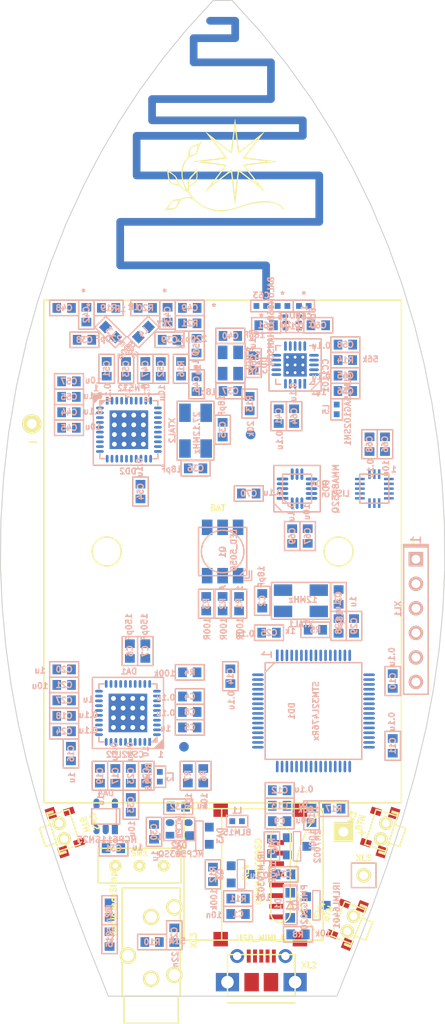
<source format=kicad_pcb>
(kicad_pcb (version 20170123) (host pcbnew "(2017-05-31 revision c0bb8a30c)-makepkg")
  (layers (0 F.Cu signal) (31 B.Cu signal) (36 B.SilkS user) (37 F.SilkS user hide) (38 B.Mask user) (39 F.Mask user) (44 Edge.Cuts user))
  (net 0 "")
  (net 1 /ANT2)
  (net 2 +BATT)
  (net 3 GND)
  (net 4 /ANT1)
  (net 5 /RF2)
  (net 6 /RF1)
  (net 7 +5V)
  (net 8 "Net-(C2-Pad1)")
  (net 9 "Net-(C3-Pad1)")
  (net 10 VAA)
  (net 11 "Net-(C6-Pad2)")
  (net 12 "Net-(C7-Pad2)")
  (net 13 PwrMCU)
  (net 14 /HP_OUTA)
  (net 15 "Net-(C15-Pad1)")
  (net 16 "Net-(C16-Pad1)")
  (net 17 "Net-(C16-Pad2)")
  (net 18 "Net-(C17-Pad1)")
  (net 19 "Net-(C19-Pad2)")
  (net 20 "Net-(C20-Pad2)")
  (net 21 "Net-(C21-Pad2)")
  (net 22 "Net-(C22-Pad1)")
  (net 23 /HP_OUTB)
  (net 24 PwrUnst)
  (net 25 +3.3V)
  (net 26 /SD_PWR)
  (net 27 "Net-(C35-Pad1)")
  (net 28 "Net-(C36-Pad1)")
  (net 29 "Net-(C37-Pad1)")
  (net 30 "Net-(C38-Pad1)")
  (net 31 /RX_NET)
  (net 32 "Net-(C40-Pad1)")
  (net 33 "Net-(C41-Pad2)")
  (net 34 "Net-(C42-Pad1)")
  (net 35 "Net-(C43-Pad1)")
  (net 36 /PN_VDD)
  (net 37 "Net-(C46-Pad1)")
  (net 38 "Net-(C50-Pad1)")
  (net 39 "Net-(C50-Pad2)")
  (net 40 VCC)
  (net 41 /ACC_PWR)
  (net 42 "Net-(C70-Pad1)")
  (net 43 /PWR_UNST_ALWAYS)
  (net 44 /AU_LRCK)
  (net 45 /AU_SDIN)
  (net 46 /AU_SCLK)
  (net 47 /AU_MCLK)
  (net 48 /AU_SDOUT)
  (net 49 /AU_RST)
  (net 50 "Net-(DA1-Pad31)")
  (net 51 "Net-(DA1-Pad30)")
  (net 52 "Net-(DA1-Pad29)")
  (net 53 "Net-(DA1-Pad26)")
  (net 54 "Net-(DA1-Pad25)")
  (net 55 "Net-(DA1-Pad24)")
  (net 56 "Net-(DA1-Pad23)")
  (net 57 "Net-(DA1-Pad22)")
  (net 58 "Net-(DA1-Pad21)")
  (net 59 "Net-(DA1-Pad20)")
  (net 60 "Net-(DA1-Pad9)")
  (net 61 "Net-(DA1-Pad7)")
  (net 62 "Net-(DA1-Pad6)")
  (net 63 "Net-(DA1-Pad4)")
  (net 64 /SCL)
  (net 65 /SDA)
  (net 66 "Net-(DA4-Pad4)")
  (net 67 /ACC_INT1)
  (net 68 "Net-(DD1-Pad3)")
  (net 69 "Net-(DD1-Pad4)")
  (net 70 "Net-(DD1-Pad6)")
  (net 71 "Net-(DD1-Pad7)")
  (net 72 /BTN_DOWN)
  (net 73 /PN_IRQ)
  (net 74 /PN_RESET)
  (net 75 /BTN_COM)
  (net 76 /BTN_UP)
  (net 77 "Net-(DD1-Pad16)")
  (net 78 /CC_GDO0)
  (net 79 /CC_CS)
  (net 80 /CC_SCK)
  (net 81 /CC_MISO)
  (net 82 /CC_MOSI)
  (net 83 /BAT_MEAS)
  (net 84 /PN_NSS)
  (net 85 /PN_SCK)
  (net 86 /PN_MISO)
  (net 87 /PN_MOSI)
  (net 88 /MEASURE_EN)
  (net 89 /RED_LED)
  (net 90 /GREEN_LED)
  (net 91 "Net-(DD1-Pad28)")
  (net 92 "Net-(DD1-Pad30)")
  (net 93 "Net-(DD1-Pad37)")
  (net 94 /SD_PWR_EN)
  (net 95 /SD_DAT0)
  (net 96 /SD_DAT1)
  (net 97 /UART_TX)
  (net 98 /UART_RX)
  (net 99 /D-)
  (net 100 /D+)
  (net 101 /SWDIO)
  (net 102 /SWCLK)
  (net 103 "Net-(DD1-Pad50)")
  (net 104 /SD_DAT2)
  (net 105 /SD_DAT3)
  (net 106 /SD_CLK)
  (net 107 /SD_CMD)
  (net 108 /BLUE_LED)
  (net 109 "Net-(DD2-Pad2)")
  (net 110 /ANT01)
  (net 111 /ANT02)
  (net 112 "Net-(DD2-Pad12)")
  (net 113 "Net-(DD2-Pad13)")
  (net 114 "Net-(DD2-Pad19)")
  (net 115 "Net-(DD2-Pad20)")
  (net 116 "Net-(DD2-Pad21)")
  (net 117 "Net-(DD2-Pad22)")
  (net 118 "Net-(DD2-Pad24)")
  (net 119 "Net-(DD2-Pad26)")
  (net 120 "Net-(DD2-Pad31)")
  (net 121 "Net-(DD2-Pad32)")
  (net 122 "Net-(DD2-Pad33)")
  (net 123 "Net-(DD2-Pad34)")
  (net 124 "Net-(DD2-Pad35)")
  (net 125 "Net-(DD2-Pad36)")
  (net 126 "Net-(DD2-Pad37)")
  (net 127 "Net-(DD3-Pad3)")
  (net 128 "Net-(DD3-Pad17)")
  (net 129 "Net-(DD4-Pad2)")
  (net 130 "Net-(DD4-Pad3)")
  (net 131 "Net-(DD4-Pad9)")
  (net 132 "Net-(DD4-Pad13)")
  (net 133 "Net-(DD4-Pad15)")
  (net 134 "Net-(DD4-Pad16)")
  (net 135 "Net-(DD5-Pad3)")
  (net 136 "Net-(DD5-Pad8)")
  (net 137 "Net-(DD5-Pad9)")
  (net 138 "Net-(DD5-Pad13)")
  (net 139 "Net-(DD5-Pad15)")
  (net 140 "Net-(DD5-Pad16)")
  (net 141 "Net-(Q1-Pad1)")
  (net 142 "Net-(Q1-Pad2)")
  (net 143 "Net-(Q1-Pad3)")
  (net 144 "Net-(Q4-Pad3)")
  (net 145 /Antenna)
  (net 146 "Net-(SW1-Pad3)")
  (net 147 "Net-(XL2-PadH1)")
  (net 148 "Net-(XL2-PadH4)")
  (net 149 "Net-(XL2-PadH2)")
  (net 150 "Net-(XL2-PadH3)")
  (module Installation:BATTERY_AAA_X3 (layer F.Cu) (at 135 81 180)
    (fp_text reference B1 hide)
    (fp_text value BAT (at 0.50038 4.50088 180) (layer F.SilkS) (effects (font (size 0.6 0.6))))
    (fp_text user + (at -14.4 -29 180) (layer F.SilkS))
    (fp_text user - (at 19.65 11.4 180) (layer F.SilkS))
    (pad C thru_hole circle (at 19.75 13.2 180) (size 2 2) (drill 1) (layers *.Cu *.Mask F.SilkS) (net 3 GND))
    (pad A thru_hole rect (at -12.5 -29 180) (size 2 2) (drill 1) (layers *.Cu *.Mask F.SilkS) (net 2 +BATT))
  )
  (module Radio:ANT_868_SEIDHE (layer B.Cu) (at 135 55 90)
    (fp_text reference ANT1 hide)
    (fp_text value ANT_PCB_MONO hide)
    (pad 1 smd oval (at 2 4.5 90) (size 4 0.8) (layers B.Cu) (net 1 /ANT2))
    (pad 1 smd oval (at 5.85 -10.6 90) (size 5.3 0.8) (layers B.Cu) (net 1 /ANT2))
    (pad 1 smd oval (at 10.5 10 90) (size 5.6 0.8) (layers B.Cu) (net 1 /ANT2))
    (pad 1 smd oval (at 14.95 -8.9 90) (size 4.9 0.8) (layers B.Cu) (net 1 /ANT2))
    (pad 1 smd oval (at 17.8 8.3 90) (size 2.4 0.8) (layers B.Cu) (net 1 /ANT2))
    (pad 1 smd oval (at 19.7 -7.3 90) (size 3 0.8) (layers B.Cu) (net 1 /ANT2))
    (pad 1 smd oval (at 22.7 5 90) (size 4.6 0.8) (layers B.Cu) (net 1 /ANT2))
    (pad 1 smd oval (at 3.6 -3.05 90) (size 0.8 15.9) (layers B.Cu) (net 1 /ANT2))
    (pad 1 smd oval (at 8.1 -0.3 90) (size 0.8 21.4) (layers B.Cu) (net 1 /ANT2))
    (pad 1 smd oval (at 12.9 0.55 90) (size 0.8 19.7) (layers B.Cu) (net 1 /ANT2))
    (pad 1 smd oval (at 17 -0.3 90) (size 0.8 18) (layers B.Cu) (net 1 /ANT2))
    (pad 1 smd oval (at 18.6 0.5 90) (size 0.8 16.4) (layers B.Cu) (net 1 /ANT2))
    (pad 1 smd oval (at 20.8 -1.15 90) (size 0.8 13.1) (layers B.Cu) (net 1 /ANT2))
    (pad 1 smd oval (at 27.1 -0.85 90) (size 0.8 5.1) (layers B.Cu) (net 1 /ANT2))
    (pad 1 smd oval (at 24.6 1 90) (size 0.8 8.8) (layers B.Cu) (net 1 /ANT2))
    (pad 1 smd oval (at 25.85 -3 90) (size 3.3 0.8) (layers B.Cu) (net 1 /ANT2))
    (pad 1 smd oval (at 28 1.3 90) (size 2.6 0.8) (layers B.Cu) (net 1 /ANT2))
    (pad 1 smd oval (at 28.9 0 90) (size 0.8 3.4) (layers B.Cu) (net 1 /ANT2))
  )
  (module Radio:BALUN_JOHANSON868 (layer B.Cu) (at 142.2 57.3 90)
    (fp_text reference BLN1 (at 0.4 2.1 90) (layer B.SilkS) (effects (font (size 0.6 0.6)) (justify mirror)))
    (fp_text value BALUN868JOHANSON (at 0.1 -2.2 90) (layer B.SilkS) (effects (font (size 0.6 0.6)) (justify mirror)))
    (fp_text user 1 (at 1.5 1.25 90) (layer B.SilkS) (effects (font (size 0.6 0.6)) (justify mirror)))
    (pad 1 smd rect (at 0.65 0.7 90) (size 0.35 0.6) (layers B.Cu B.Mask) (net 4 /ANT1))
    (pad 2 smd rect (at 0 0.7 90) (size 0.35 0.6) (layers B.Cu B.Mask) (net 3 GND))
    (pad 3 smd rect (at -0.65 0.7 90) (size 0.35 0.6) (layers B.Cu B.Mask) (net 5 /RF2))
    (pad 4 smd rect (at -0.65 -0.7 90) (size 0.35 0.6) (layers B.Cu B.Mask) (net 6 /RF1))
    (pad 5 smd rect (at 0 -0.7 90) (size 0.35 0.6) (layers B.Cu B.Mask) (net 3 GND))
    (pad 6 smd rect (at 0.65 -0.7 90) (size 0.35 0.6) (layers B.Cu B.Mask) (net 3 GND))
  )
  (module Capacitors:CAP_0603 (layer B.Cu) (at 136.6 118.5)
    (fp_text reference C1 (at 0 0) (layer B.SilkS) (effects (font (size 0.6 0.6)) (justify mirror)))
    (fp_text value 10n (at -2.5 0.1) (layer B.SilkS) (effects (font (size 0.6 0.6)) (justify mirror)))
    (pad 2 smd rect (at 0.762 0) (size 0.889 1.016) (layers B.Cu B.Mask) (net 7 +5V))
    (pad 1 smd rect (at -0.762 0) (size 0.889 1.016) (layers B.Cu B.Mask) (net 3 GND))
  )
  (module Capacitors:CAP_0603 (layer B.Cu) (at 139.1 86.1 270)
    (fp_text reference C2 (at 0 0 270) (layer B.SilkS) (effects (font (size 0.6 0.6)) (justify mirror)))
    (fp_text value 18pF (at -2.5 0.1 270) (layer B.SilkS) (effects (font (size 0.6 0.6)) (justify mirror)))
    (pad 1 smd rect (at -0.762 0 270) (size 0.889 1.016) (layers B.Cu B.Mask) (net 8 "Net-(C2-Pad1)"))
    (pad 2 smd rect (at 0.762 0 270) (size 0.889 1.016) (layers B.Cu B.Mask) (net 3 GND))
  )
  (module Capacitors:CAP_0603 (layer B.Cu) (at 147 85.7 90)
    (fp_text reference C3 (at 0 0 90) (layer B.SilkS) (effects (font (size 0.6 0.6)) (justify mirror)))
    (fp_text value 18pF (at -2.5 0.1 90) (layer B.SilkS) (effects (font (size 0.6 0.6)) (justify mirror)))
    (pad 2 smd rect (at 0.762 0 90) (size 0.889 1.016) (layers B.Cu B.Mask) (net 3 GND))
    (pad 1 smd rect (at -0.762 0 90) (size 0.889 1.016) (layers B.Cu B.Mask) (net 9 "Net-(C3-Pad1)"))
  )
  (module Capacitors:CAP_0603 (layer B.Cu) (at 131.6 96)
    (fp_text reference C4 (at 0 0) (layer B.SilkS) (effects (font (size 0.6 0.6)) (justify mirror)))
    (fp_text value 0.1u (at -2.5 0.1) (layer B.SilkS) (effects (font (size 0.6 0.6)) (justify mirror)))
    (pad 2 smd rect (at 0.762 0) (size 0.889 1.016) (layers B.Cu B.Mask) (net 3 GND))
    (pad 1 smd rect (at -0.762 0) (size 0.889 1.016) (layers B.Cu B.Mask) (net 10 VAA))
  )
  (module Capacitors:CAP_0603 (layer B.Cu) (at 131.6 99.2)
    (fp_text reference C5 (at 0 0) (layer B.SilkS) (effects (font (size 0.6 0.6)) (justify mirror)))
    (fp_text value 1u (at -2.5 0.1) (layer B.SilkS) (effects (font (size 0.6 0.6)) (justify mirror)))
    (pad 1 smd rect (at -0.762 0) (size 0.889 1.016) (layers B.Cu B.Mask) (net 10 VAA))
    (pad 2 smd rect (at 0.762 0) (size 0.889 1.016) (layers B.Cu B.Mask) (net 3 GND))
  )
  (module Capacitors:CAP_0603 (layer B.Cu) (at 125.4 91.3 270)
    (fp_text reference C6 (at 0 0 270) (layer B.SilkS) (effects (font (size 0.6 0.6)) (justify mirror)))
    (fp_text value 150pF (at -2.5 0.1 270) (layer B.SilkS) (effects (font (size 0.6 0.6)) (justify mirror)))
    (pad 2 smd rect (at 0.762 0 270) (size 0.889 1.016) (layers B.Cu B.Mask) (net 11 "Net-(C6-Pad2)"))
    (pad 1 smd rect (at -0.762 0 270) (size 0.889 1.016) (layers B.Cu B.Mask) (net 3 GND))
  )
  (module Capacitors:CAP_0603 (layer B.Cu) (at 127 91.3 270)
    (fp_text reference C7 (at 0 0 270) (layer B.SilkS) (effects (font (size 0.6 0.6)) (justify mirror)))
    (fp_text value 150pF (at -2.5 0.1 270) (layer B.SilkS) (effects (font (size 0.6 0.6)) (justify mirror)))
    (pad 1 smd rect (at -0.762 0 270) (size 0.889 1.016) (layers B.Cu B.Mask) (net 3 GND))
    (pad 2 smd rect (at 0.762 0 270) (size 0.889 1.016) (layers B.Cu B.Mask) (net 12 "Net-(C7-Pad2)"))
  )
  (module Capacitors:CAP_0603 (layer B.Cu) (at 131.6 97.6)
    (fp_text reference C8 (at 0 0) (layer B.SilkS) (effects (font (size 0.6 0.6)) (justify mirror)))
    (fp_text value 0.1u (at -2.5 0.1) (layer B.SilkS) (effects (font (size 0.6 0.6)) (justify mirror)))
    (pad 2 smd rect (at 0.762 0) (size 0.889 1.016) (layers B.Cu B.Mask) (net 3 GND))
    (pad 1 smd rect (at -0.762 0) (size 0.889 1.016) (layers B.Cu B.Mask) (net 10 VAA))
  )
  (module Capacitors:CAP_0603 (layer B.Cu) (at 140.9 108.9 180)
    (fp_text reference C9 (at 0 0 180) (layer B.SilkS) (effects (font (size 0.6 0.6)) (justify mirror)))
    (fp_text value 10u (at -2.5 0.1 180) (layer B.SilkS) (effects (font (size 0.6 0.6)) (justify mirror)))
    (pad 2 smd rect (at 0.762 0 180) (size 0.889 1.016) (layers B.Cu B.Mask) (net 13 PwrMCU))
    (pad 1 smd rect (at -0.762 0 180) (size 0.889 1.016) (layers B.Cu B.Mask) (net 3 GND))
  )
  (module Capacitors:CAP_0603 (layer B.Cu) (at 152.6 94.4 270)
    (fp_text reference C10 (at 0 0 270) (layer B.SilkS) (effects (font (size 0.6 0.6)) (justify mirror)))
    (fp_text value 0.1u (at -2.5 0.1 270) (layer B.SilkS) (effects (font (size 0.6 0.6)) (justify mirror)))
    (pad 2 smd rect (at 0.762 0 270) (size 0.889 1.016) (layers B.Cu B.Mask) (net 13 PwrMCU))
    (pad 1 smd rect (at -0.762 0 270) (size 0.889 1.016) (layers B.Cu B.Mask) (net 3 GND))
  )
  (module Capacitors:CAP_0603 (layer B.Cu) (at 152.6 101.1 270)
    (fp_text reference C11 (at 0 0 270) (layer B.SilkS) (effects (font (size 0.6 0.6)) (justify mirror)))
    (fp_text value 0.1u (at -2.5 0.1 270) (layer B.SilkS) (effects (font (size 0.6 0.6)) (justify mirror)))
    (pad 2 smd rect (at 0.762 0 270) (size 0.889 1.016) (layers B.Cu B.Mask) (net 13 PwrMCU))
    (pad 1 smd rect (at -0.762 0 270) (size 0.889 1.016) (layers B.Cu B.Mask) (net 3 GND))
  )
  (module Capacitors:CAP_0603 (layer B.Cu) (at 140.9 105.7 180)
    (fp_text reference C12 (at 0 0 180) (layer B.SilkS) (effects (font (size 0.6 0.6)) (justify mirror)))
    (fp_text value 0.1u (at -2.5 0.1 180) (layer B.SilkS) (effects (font (size 0.6 0.6)) (justify mirror)))
    (pad 1 smd rect (at -0.762 0 180) (size 0.889 1.016) (layers B.Cu B.Mask) (net 3 GND))
    (pad 2 smd rect (at 0.762 0 180) (size 0.889 1.016) (layers B.Cu B.Mask) (net 13 PwrMCU))
  )
  (module Capacitors:CAP_0603 (layer B.Cu) (at 140.9 107.3 180)
    (fp_text reference C13 (at 0 0 180) (layer B.SilkS) (effects (font (size 0.6 0.6)) (justify mirror)))
    (fp_text value 1u (at -2.5 0.1 180) (layer B.SilkS) (effects (font (size 0.6 0.6)) (justify mirror)))
    (pad 1 smd rect (at -0.762 0 180) (size 0.889 1.016) (layers B.Cu B.Mask) (net 3 GND))
    (pad 2 smd rect (at 0.762 0 180) (size 0.889 1.016) (layers B.Cu B.Mask) (net 13 PwrMCU))
  )
  (module Capacitors:CAP_0603 (layer B.Cu) (at 135.8 93.9 90)
    (fp_text reference C14 (at 0 0 90) (layer B.SilkS) (effects (font (size 0.6 0.6)) (justify mirror)))
    (fp_text value 0.1u (at -2.5 0.1 90) (layer B.SilkS) (effects (font (size 0.6 0.6)) (justify mirror)))
    (pad 1 smd rect (at -0.762 0 90) (size 0.889 1.016) (layers B.Cu B.Mask) (net 3 GND))
    (pad 2 smd rect (at 0.762 0 90) (size 0.889 1.016) (layers B.Cu B.Mask) (net 13 PwrMCU))
  )
  (module Capacitors:CAP_0603 (layer B.Cu) (at 123.3 121.1 270)
    (fp_text reference C15 (at 0 0 270) (layer B.SilkS) (effects (font (size 0.6 0.6)) (justify mirror)))
    (fp_text value 22n (at -2.5 0.1 270) (layer B.SilkS) (effects (font (size 0.6 0.6)) (justify mirror)))
    (pad 2 smd rect (at 0.762 0 270) (size 0.889 1.016) (layers B.Cu B.Mask) (net 14 /HP_OUTA))
    (pad 1 smd rect (at -0.762 0 270) (size 0.889 1.016) (layers B.Cu B.Mask) (net 15 "Net-(C15-Pad1)"))
  )
  (module Capacitors:CAP_0603 (layer B.Cu) (at 119.3 101.9 90)
    (fp_text reference C16 (at 0 0 90) (layer B.SilkS) (effects (font (size 0.6 0.6)) (justify mirror)))
    (fp_text value 1u (at -2.5 0.1 90) (layer B.SilkS) (effects (font (size 0.6 0.6)) (justify mirror)))
    (pad 1 smd rect (at -0.762 0 90) (size 0.889 1.016) (layers B.Cu B.Mask) (net 16 "Net-(C16-Pad1)"))
    (pad 2 smd rect (at 0.762 0 90) (size 0.889 1.016) (layers B.Cu B.Mask) (net 17 "Net-(C16-Pad2)"))
  )
  (module Capacitors:CAP_0603 (layer B.Cu) (at 123.9 104.2 270)
    (fp_text reference C17 (at 0 0 270) (layer B.SilkS) (effects (font (size 0.6 0.6)) (justify mirror)))
    (fp_text value 0.1u (at -2.5 0.1 270) (layer B.SilkS) (effects (font (size 0.6 0.6)) (justify mirror)))
    (pad 1 smd rect (at -0.762 0 270) (size 0.889 1.016) (layers B.Cu B.Mask) (net 18 "Net-(C17-Pad1)"))
    (pad 2 smd rect (at 0.762 0 270) (size 0.889 1.016) (layers B.Cu B.Mask) (net 3 GND))
  )
  (module Capacitors:CAP_0603 (layer B.Cu) (at 118.6 98 180)
    (fp_text reference C18 (at 0 0 180) (layer B.SilkS) (effects (font (size 0.6 0.6)) (justify mirror)))
    (fp_text value 0.1u (at -2.5 0.1 180) (layer B.SilkS) (effects (font (size 0.6 0.6)) (justify mirror)))
    (pad 2 smd rect (at 0.762 0 180) (size 0.889 1.016) (layers B.Cu B.Mask) (net 3 GND))
    (pad 1 smd rect (at -0.762 0 180) (size 0.889 1.016) (layers B.Cu B.Mask) (net 10 VAA))
  )
  (module Capacitors:CAP_0603 (layer B.Cu) (at 122.3 104.2 90)
    (fp_text reference C19 (at 0 0 90) (layer B.SilkS) (effects (font (size 0.6 0.6)) (justify mirror)))
    (fp_text value 1u (at -2.5 0.1 90) (layer B.SilkS) (effects (font (size 0.6 0.6)) (justify mirror)))
    (pad 2 smd rect (at 0.762 0 90) (size 0.889 1.016) (layers B.Cu B.Mask) (net 19 "Net-(C19-Pad2)"))
    (pad 1 smd rect (at -0.762 0 90) (size 0.889 1.016) (layers B.Cu B.Mask) (net 3 GND))
  )
  (module Capacitors:CAP_0603 (layer B.Cu) (at 118.6 93.2)
    (fp_text reference C20 (at 0 0) (layer B.SilkS) (effects (font (size 0.6 0.6)) (justify mirror)))
    (fp_text value 1u (at -2.5 0.1) (layer B.SilkS) (effects (font (size 0.6 0.6)) (justify mirror)))
    (pad 2 smd rect (at 0.762 0) (size 0.889 1.016) (layers B.Cu B.Mask) (net 20 "Net-(C20-Pad2)"))
    (pad 1 smd rect (at -0.762 0) (size 0.889 1.016) (layers B.Cu B.Mask) (net 3 GND))
  )
  (module Capacitors:CAP_0603 (layer B.Cu) (at 118.6 94.8)
    (fp_text reference C21 (at 0 0) (layer B.SilkS) (effects (font (size 0.6 0.6)) (justify mirror)))
    (fp_text value 10u (at -2.5 0.1) (layer B.SilkS) (effects (font (size 0.6 0.6)) (justify mirror)))
    (pad 1 smd rect (at -0.762 0) (size 0.889 1.016) (layers B.Cu B.Mask) (net 3 GND))
    (pad 2 smd rect (at 0.762 0) (size 0.889 1.016) (layers B.Cu B.Mask) (net 21 "Net-(C21-Pad2)"))
  )
  (module Capacitors:CAP_0603 (layer B.Cu) (at 130 120.7 90)
    (fp_text reference C22 (at 0 0 90) (layer B.SilkS) (effects (font (size 0.6 0.6)) (justify mirror)))
    (fp_text value 22n (at -2.5 0.1 90) (layer B.SilkS) (effects (font (size 0.6 0.6)) (justify mirror)))
    (pad 1 smd rect (at -0.762 0 90) (size 0.889 1.016) (layers B.Cu B.Mask) (net 22 "Net-(C22-Pad1)"))
    (pad 2 smd rect (at 0.762 0 90) (size 0.889 1.016) (layers B.Cu B.Mask) (net 23 /HP_OUTB))
  )
  (module Capacitors:CAP_0603 (layer B.Cu) (at 125.5 104.2 270)
    (fp_text reference C23 (at 0 0 270) (layer B.SilkS) (effects (font (size 0.6 0.6)) (justify mirror)))
    (fp_text value 0.1u (at -2.5 0.1 270) (layer B.SilkS) (effects (font (size 0.6 0.6)) (justify mirror)))
    (pad 2 smd rect (at 0.762 0 270) (size 0.889 1.016) (layers B.Cu B.Mask) (net 3 GND))
    (pad 1 smd rect (at -0.762 0 270) (size 0.889 1.016) (layers B.Cu B.Mask) (net 18 "Net-(C17-Pad1)"))
  )
  (module Capacitors:CAP_0603 (layer B.Cu) (at 118.6 99.6 180)
    (fp_text reference C24 (at 0 0 180) (layer B.SilkS) (effects (font (size 0.6 0.6)) (justify mirror)))
    (fp_text value 0.1u (at -2.5 0.1 180) (layer B.SilkS) (effects (font (size 0.6 0.6)) (justify mirror)))
    (pad 1 smd rect (at -0.762 0 180) (size 0.889 1.016) (layers B.Cu B.Mask) (net 10 VAA))
    (pad 2 smd rect (at 0.762 0 180) (size 0.889 1.016) (layers B.Cu B.Mask) (net 3 GND))
  )
  (module Capacitors:CAP_0603 (layer B.Cu) (at 139.8 89.4)
    (fp_text reference C25 (at 0 0) (layer B.SilkS) (effects (font (size 0.6 0.6)) (justify mirror)))
    (fp_text value 0.1u (at -2.5 0.1) (layer B.SilkS) (effects (font (size 0.6 0.6)) (justify mirror)))
    (pad 1 smd rect (at -0.762 0) (size 0.889 1.016) (layers B.Cu B.Mask) (net 3 GND))
    (pad 2 smd rect (at 0.762 0) (size 0.889 1.016) (layers B.Cu B.Mask) (net 13 PwrMCU))
  )
  (module Capacitors:CAP_0603 (layer B.Cu) (at 127.1 104.2 270)
    (fp_text reference C26 (at 0 0 270) (layer B.SilkS) (effects (font (size 0.6 0.6)) (justify mirror)))
    (fp_text value 1u (at -2.5 0.1 270) (layer B.SilkS) (effects (font (size 0.6 0.6)) (justify mirror)))
    (pad 2 smd rect (at 0.762 0 270) (size 0.889 1.016) (layers B.Cu B.Mask) (net 3 GND))
    (pad 1 smd rect (at -0.762 0 270) (size 0.889 1.016) (layers B.Cu B.Mask) (net 18 "Net-(C17-Pad1)"))
  )
  (module Capacitors:CAP_0603 (layer B.Cu) (at 118.6 96.4 180)
    (fp_text reference C27 (at 0 0 180) (layer B.SilkS) (effects (font (size 0.6 0.6)) (justify mirror)))
    (fp_text value 1u (at -2.5 0.1 180) (layer B.SilkS) (effects (font (size 0.6 0.6)) (justify mirror)))
    (pad 2 smd rect (at 0.762 0 180) (size 0.889 1.016) (layers B.Cu B.Mask) (net 3 GND))
    (pad 1 smd rect (at -0.762 0 180) (size 0.889 1.016) (layers B.Cu B.Mask) (net 10 VAA))
  )
  (module Capacitors:CAP_0603 (layer B.Cu) (at 147 88.7 270)
    (fp_text reference C28 (at 0 0 270) (layer B.SilkS) (effects (font (size 0.6 0.6)) (justify mirror)))
    (fp_text value 0.1u (at -2.5 0.1 270) (layer B.SilkS) (effects (font (size 0.6 0.6)) (justify mirror)))
    (pad 1 smd rect (at -0.762 0 270) (size 0.889 1.016) (layers B.Cu B.Mask) (net 3 GND))
    (pad 2 smd rect (at 0.762 0 270) (size 0.889 1.016) (layers B.Cu B.Mask) (net 13 PwrMCU))
  )
  (module Capacitors:CAP_0603 (layer B.Cu) (at 148.6 88.7 270)
    (fp_text reference C29 (at 0 0 270) (layer B.SilkS) (effects (font (size 0.6 0.6)) (justify mirror)))
    (fp_text value 1u (at -2.5 0.1 270) (layer B.SilkS) (effects (font (size 0.6 0.6)) (justify mirror)))
    (pad 1 smd rect (at -0.762 0 270) (size 0.889 1.016) (layers B.Cu B.Mask) (net 3 GND))
    (pad 2 smd rect (at 0.762 0 270) (size 0.889 1.016) (layers B.Cu B.Mask) (net 13 PwrMCU))
  )
  (module Capacitors:CAP_0603 (layer B.Cu) (at 127.9 110 90)
    (fp_text reference C30 (at 0 0 90) (layer B.SilkS) (effects (font (size 0.6 0.6)) (justify mirror)))
    (fp_text value 1u (at -2.5 0.1 90) (layer B.SilkS) (effects (font (size 0.6 0.6)) (justify mirror)))
    (pad 1 smd rect (at -0.762 0 90) (size 0.889 1.016) (layers B.Cu B.Mask) (net 24 PwrUnst))
    (pad 2 smd rect (at 0.762 0 90) (size 0.889 1.016) (layers B.Cu B.Mask) (net 3 GND))
  )
  (module Capacitors:CAP_0603 (layer B.Cu) (at 123.7 111.7 180)
    (fp_text reference C31 (at 0 0 180) (layer B.SilkS) (effects (font (size 0.6 0.6)) (justify mirror)))
    (fp_text value 1u (at -2.5 0.1 180) (layer B.SilkS) (effects (font (size 0.6 0.6)) (justify mirror)))
    (pad 1 smd rect (at -0.762 0 180) (size 0.889 1.016) (layers B.Cu B.Mask) (net 24 PwrUnst))
    (pad 2 smd rect (at 0.762 0 180) (size 0.889 1.016) (layers B.Cu B.Mask) (net 3 GND))
  )
  (module Capacitors:CAP_0603 (layer B.Cu) (at 130.4 107.4 180)
    (fp_text reference C32 (at 0 0 180) (layer B.SilkS) (effects (font (size 0.6 0.6)) (justify mirror)))
    (fp_text value 1u (at -2.5 0.1 180) (layer B.SilkS) (effects (font (size 0.6 0.6)) (justify mirror)))
    (pad 2 smd rect (at 0.762 0 180) (size 0.889 1.016) (layers B.Cu B.Mask) (net 3 GND))
    (pad 1 smd rect (at -0.762 0 180) (size 0.889 1.016) (layers B.Cu B.Mask) (net 25 +3.3V))
  )
  (module Capacitors:CAP_0603 (layer B.Cu) (at 125.5 107.2 90)
    (fp_text reference C33 (at 0 0 90) (layer B.SilkS) (effects (font (size 0.6 0.6)) (justify mirror)))
    (fp_text value 10u (at -2.5 0.1 90) (layer B.SilkS) (effects (font (size 0.6 0.6)) (justify mirror)))
    (pad 2 smd rect (at 0.762 0 90) (size 0.889 1.016) (layers B.Cu B.Mask) (net 3 GND))
    (pad 1 smd rect (at -0.762 0 90) (size 0.889 1.016) (layers B.Cu B.Mask) (net 10 VAA))
  )
  (module Capacitors:CAP_0603 (layer B.Cu) (at 141.3 114.4)
    (fp_text reference C34 (at 0 0) (layer B.SilkS) (effects (font (size 0.6 0.6)) (justify mirror)))
    (fp_text value 0.1u (at -2.5 0.1) (layer B.SilkS) (effects (font (size 0.6 0.6)) (justify mirror)))
    (pad 2 smd rect (at 0.762 0) (size 0.889 1.016) (layers B.Cu B.Mask) (net 3 GND))
    (pad 1 smd rect (at -0.762 0) (size 0.889 1.016) (layers B.Cu B.Mask) (net 26 /SD_PWR))
  )
  (module Capacitors:CAP_0603 (layer B.Cu) (at 135 68.4 270)
    (fp_text reference C35 (at 0 0 270) (layer B.SilkS) (effects (font (size 0.6 0.6)) (justify mirror)))
    (fp_text value 18pF (at -2.5 0.1 270) (layer B.SilkS) (effects (font (size 0.6 0.6)) (justify mirror)))
    (pad 2 smd rect (at 0.762 0 270) (size 0.889 1.016) (layers B.Cu B.Mask) (net 3 GND))
    (pad 1 smd rect (at -0.762 0 270) (size 0.889 1.016) (layers B.Cu B.Mask) (net 27 "Net-(C35-Pad1)"))
  )
  (module Capacitors:CAP_0603 (layer B.Cu) (at 132.2 72.4)
    (fp_text reference C36 (at 0 0) (layer B.SilkS) (effects (font (size 0.6 0.6)) (justify mirror)))
    (fp_text value 18pF (at -2.5 0.1) (layer B.SilkS) (effects (font (size 0.6 0.6)) (justify mirror)))
    (pad 1 smd rect (at -0.762 0) (size 0.889 1.016) (layers B.Cu B.Mask) (net 28 "Net-(C36-Pad1)"))
    (pad 2 smd rect (at 0.762 0) (size 0.889 1.016) (layers B.Cu B.Mask) (net 3 GND))
  )
  (module Capacitors:CAP_0603 (layer B.Cu) (at 135.8 64.4)
    (fp_text reference C37 (at 0 0) (layer B.SilkS) (effects (font (size 0.6 0.6)) (justify mirror)))
    (fp_text value 18pF (at -2.5 0.1) (layer B.SilkS) (effects (font (size 0.6 0.6)) (justify mirror)))
    (pad 1 smd rect (at -0.762 0) (size 0.889 1.016) (layers B.Cu B.Mask) (net 29 "Net-(C37-Pad1)"))
    (pad 2 smd rect (at 0.762 0) (size 0.889 1.016) (layers B.Cu B.Mask) (net 3 GND))
  )
  (module Capacitors:CAP_0603 (layer B.Cu) (at 120.7 59.1 180)
    (fp_text reference C38 (at 0 0 180) (layer B.SilkS) (effects (font (size 0.6 0.6)) (justify mirror)))
    (fp_text value 220pF (at -2.5 0.1 180) (layer B.SilkS) (effects (font (size 0.6 0.6)) (justify mirror)))
    (pad 2 smd rect (at 0.762 0 180) (size 0.889 1.016) (layers B.Cu B.Mask) (net 3 GND))
    (pad 1 smd rect (at -0.762 0 180) (size 0.889 1.016) (layers B.Cu B.Mask) (net 30 "Net-(C38-Pad1)"))
  )
  (module Capacitors:CAP_0603 (layer B.Cu) (at 129.5 59.1 180)
    (fp_text reference C39 (at 0 0 180) (layer B.SilkS) (effects (font (size 0.6 0.6)) (justify mirror)))
    (fp_text value 220pF (at -2.5 0.1 180) (layer B.SilkS) (effects (font (size 0.6 0.6)) (justify mirror)))
    (pad 1 smd rect (at -0.762 0 180) (size 0.889 1.016) (layers B.Cu B.Mask) (net 3 GND))
    (pad 2 smd rect (at 0.762 0 180) (size 0.889 1.016) (layers B.Cu B.Mask) (net 31 /RX_NET))
  )
  (module Capacitors:CAP_0603 (layer B.Cu) (at 135.8 58.7 180)
    (fp_text reference C40 (at 0 0 180) (layer B.SilkS) (effects (font (size 0.6 0.6)) (justify mirror)))
    (fp_text value 18pF (at -2.5 0.1 180) (layer B.SilkS) (effects (font (size 0.6 0.6)) (justify mirror)))
    (pad 2 smd rect (at 0.762 0 180) (size 0.889 1.016) (layers B.Cu B.Mask) (net 3 GND))
    (pad 1 smd rect (at -0.762 0 180) (size 0.889 1.016) (layers B.Cu B.Mask) (net 32 "Net-(C40-Pad1)"))
  )
  (module Capacitors:CAP_0603 (layer B.Cu) (at 140.8 67 90)
    (fp_text reference C41 (at 0 0 90) (layer B.SilkS) (effects (font (size 0.6 0.6)) (justify mirror)))
    (fp_text value 0.1u (at -2.5 0.1 90) (layer B.SilkS) (effects (font (size 0.6 0.6)) (justify mirror)))
    (pad 2 smd rect (at 0.762 0 90) (size 0.889 1.016) (layers B.Cu B.Mask) (net 33 "Net-(C41-Pad2)"))
    (pad 1 smd rect (at -0.762 0 90) (size 0.889 1.016) (layers B.Cu B.Mask) (net 3 GND))
  )
  (module Capacitors:CAP_0603 (layer B.Cu) (at 120.9 56.5 270)
    (fp_text reference C42 (at 0 0 270) (layer B.SilkS) (effects (font (size 0.6 0.6)) (justify mirror)))
    (fp_text value * (at -2.5 0.1 270) (layer B.SilkS) (effects (font (size 0.6 0.6)) (justify mirror)))
    (pad 2 smd rect (at 0.762 0 270) (size 0.889 1.016) (layers B.Cu B.Mask) (net 30 "Net-(C38-Pad1)"))
    (pad 1 smd rect (at -0.762 0 270) (size 0.889 1.016) (layers B.Cu B.Mask) (net 34 "Net-(C42-Pad1)"))
  )
  (module Capacitors:CAP_0603 (layer B.Cu) (at 129.3 56.5 270)
    (fp_text reference C43 (at 0 0 270) (layer B.SilkS) (effects (font (size 0.6 0.6)) (justify mirror)))
    (fp_text value * (at -2.5 0.1 270) (layer B.SilkS) (effects (font (size 0.6 0.6)) (justify mirror)))
    (pad 1 smd rect (at -0.762 0 270) (size 0.889 1.016) (layers B.Cu B.Mask) (net 35 "Net-(C43-Pad1)"))
    (pad 2 smd rect (at 0.762 0 270) (size 0.889 1.016) (layers B.Cu B.Mask) (net 31 /RX_NET))
  )
  (module Capacitors:CAP_0603 (layer B.Cu) (at 119.1 66.6 180)
    (fp_text reference C44 (at 0 0 180) (layer B.SilkS) (effects (font (size 0.6 0.6)) (justify mirror)))
    (fp_text value 0.1u (at -2.5 0.1 180) (layer B.SilkS) (effects (font (size 0.6 0.6)) (justify mirror)))
    (pad 2 smd rect (at 0.762 0 180) (size 0.889 1.016) (layers B.Cu B.Mask) (net 3 GND))
    (pad 1 smd rect (at -0.762 0 180) (size 0.889 1.016) (layers B.Cu B.Mask) (net 36 /PN_VDD))
  )
  (module Capacitors:CAP_0603 (layer B.Cu) (at 119.1 68.2 180)
    (fp_text reference C45 (at 0 0 180) (layer B.SilkS) (effects (font (size 0.6 0.6)) (justify mirror)))
    (fp_text value 10u (at -2.5 0.1 180) (layer B.SilkS) (effects (font (size 0.6 0.6)) (justify mirror)))
    (pad 2 smd rect (at 0.762 0 180) (size 0.889 1.016) (layers B.Cu B.Mask) (net 3 GND))
    (pad 1 smd rect (at -0.762 0 180) (size 0.889 1.016) (layers B.Cu B.Mask) (net 36 /PN_VDD))
  )
  (module Capacitors:CAP_0603 (layer B.Cu) (at 132.3 63.7 270)
    (fp_text reference C46 (at 0 0 270) (layer B.SilkS) (effects (font (size 0.6 0.6)) (justify mirror)))
    (fp_text value 0.1u (at -2.5 0.1 270) (layer B.SilkS) (effects (font (size 0.6 0.6)) (justify mirror)))
    (pad 2 smd rect (at 0.762 0 270) (size 0.889 1.016) (layers B.Cu B.Mask) (net 3 GND))
    (pad 1 smd rect (at -0.762 0 270) (size 0.889 1.016) (layers B.Cu B.Mask) (net 37 "Net-(C46-Pad1)"))
  )
  (module Capacitors:CAP_0603 (layer B.Cu) (at 127 62.1 90)
    (fp_text reference C47 (at 0 0 90) (layer B.SilkS) (effects (font (size 0.6 0.6)) (justify mirror)))
    (fp_text value 0.1u (at -2.5 0.1 90) (layer B.SilkS) (effects (font (size 0.6 0.6)) (justify mirror)))
    (pad 1 smd rect (at -0.762 0 90) (size 0.889 1.016) (layers B.Cu B.Mask) (net 36 /PN_VDD))
    (pad 2 smd rect (at 0.762 0 90) (size 0.889 1.016) (layers B.Cu B.Mask) (net 3 GND))
  )
  (module Capacitors:CAP_0603 (layer B.Cu) (at 118.6 55.8 180)
    (fp_text reference C48 (at 0 0 180) (layer B.SilkS) (effects (font (size 0.6 0.6)) (justify mirror)))
    (fp_text value * (at -2.5 0.1 180) (layer B.SilkS) (effects (font (size 0.6 0.6)) (justify mirror)))
    (pad 2 smd rect (at 0.762 0 180) (size 0.889 1.016) (layers B.Cu B.Mask) (net 3 GND))
    (pad 1 smd rect (at -0.762 0 180) (size 0.889 1.016) (layers B.Cu B.Mask) (net 34 "Net-(C42-Pad1)"))
  )
  (module Capacitors:CAP_0603 (layer B.Cu) (at 131.6 55.8 180)
    (fp_text reference C49 (at 0 0 180) (layer B.SilkS) (effects (font (size 0.6 0.6)) (justify mirror)))
    (fp_text value * (at -2.5 0.1 180) (layer B.SilkS) (effects (font (size 0.6 0.6)) (justify mirror)))
    (pad 1 smd rect (at -0.762 0 180) (size 0.889 1.016) (layers B.Cu B.Mask) (net 3 GND))
    (pad 2 smd rect (at 0.762 0 180) (size 0.889 1.016) (layers B.Cu B.Mask) (net 35 "Net-(C43-Pad1)"))
  )
  (module Capacitors:CAP_0603 (layer B.Cu) (at 132.3 59.7 90)
    (fp_text reference C50 (at 0 0 90) (layer B.SilkS) (effects (font (size 0.6 0.6)) (justify mirror)))
    (fp_text value 1n (at -2.5 0.1 90) (layer B.SilkS) (effects (font (size 0.6 0.6)) (justify mirror)))
    (pad 1 smd rect (at -0.762 0 90) (size 0.889 1.016) (layers B.Cu B.Mask) (net 38 "Net-(C50-Pad1)"))
    (pad 2 smd rect (at 0.762 0 90) (size 0.889 1.016) (layers B.Cu B.Mask) (net 39 "Net-(C50-Pad2)"))
  )
  (module Capacitors:CAP_0603 (layer B.Cu) (at 123 62.1 90)
    (fp_text reference C51 (at 0 0 90) (layer B.SilkS) (effects (font (size 0.6 0.6)) (justify mirror)))
    (fp_text value 0.1u (at -2.5 0.1 90) (layer B.SilkS) (effects (font (size 0.6 0.6)) (justify mirror)))
    (pad 1 smd rect (at -0.762 0 90) (size 0.889 1.016) (layers B.Cu B.Mask) (net 36 /PN_VDD))
    (pad 2 smd rect (at 0.762 0 90) (size 0.889 1.016) (layers B.Cu B.Mask) (net 3 GND))
  )
  (module Capacitors:CAP_0603 (layer B.Cu) (at 128.6 62.1 90)
    (fp_text reference C52 (at 0 0 90) (layer B.SilkS) (effects (font (size 0.6 0.6)) (justify mirror)))
    (fp_text value 10u (at -2.5 0.1 90) (layer B.SilkS) (effects (font (size 0.6 0.6)) (justify mirror)))
    (pad 1 smd rect (at -0.762 0 90) (size 0.889 1.016) (layers B.Cu B.Mask) (net 36 /PN_VDD))
    (pad 2 smd rect (at 0.762 0 90) (size 0.889 1.016) (layers B.Cu B.Mask) (net 3 GND))
  )
  (module Capacitors:CAP_0603 (layer B.Cu) (at 125 62.1 90)
    (fp_text reference C53 (at 0 0 90) (layer B.SilkS) (effects (font (size 0.6 0.6)) (justify mirror)))
    (fp_text value 1n (at -2.5 0.1 90) (layer B.SilkS) (effects (font (size 0.6 0.6)) (justify mirror)))
    (pad 1 smd rect (at -0.762 0 90) (size 0.889 1.016) (layers B.Cu B.Mask) (net 36 /PN_VDD))
    (pad 2 smd rect (at 0.762 0 90) (size 0.889 1.016) (layers B.Cu B.Mask) (net 3 GND))
  )
  (module Capacitors:CAP_0603 (layer B.Cu) (at 126.5 74.8 270)
    (fp_text reference C54 (at 0 0 270) (layer B.SilkS) (effects (font (size 0.6 0.6)) (justify mirror)))
    (fp_text value 0.1u (at -2.5 0.1 270) (layer B.SilkS) (effects (font (size 0.6 0.6)) (justify mirror)))
    (pad 1 smd rect (at -0.762 0 270) (size 0.889 1.016) (layers B.Cu B.Mask) (net 25 +3.3V))
    (pad 2 smd rect (at 0.762 0 270) (size 0.889 1.016) (layers B.Cu B.Mask) (net 3 GND))
  )
  (module Capacitors:CAP_0603 (layer B.Cu) (at 119.1 65 180)
    (fp_text reference C55 (at 0 0 180) (layer B.SilkS) (effects (font (size 0.6 0.6)) (justify mirror)))
    (fp_text value 0.1u (at -2.5 0.1 180) (layer B.SilkS) (effects (font (size 0.6 0.6)) (justify mirror)))
    (pad 2 smd rect (at 0.762 0 180) (size 0.889 1.016) (layers B.Cu B.Mask) (net 3 GND))
    (pad 1 smd rect (at -0.762 0 180) (size 0.889 1.016) (layers B.Cu B.Mask) (net 24 PwrUnst))
  )
  (module Capacitors:CAP_0603 (layer B.Cu) (at 147.7 64.4)
    (fp_text reference C56 (at 0 0) (layer B.SilkS) (effects (font (size 0.6 0.6)) (justify mirror)))
    (fp_text value 1u (at -2.5 0.1) (layer B.SilkS) (effects (font (size 0.6 0.6)) (justify mirror)))
    (pad 2 smd rect (at 0.762 0) (size 0.889 1.016) (layers B.Cu B.Mask) (net 3 GND))
    (pad 1 smd rect (at -0.762 0) (size 0.889 1.016) (layers B.Cu B.Mask) (net 40 VCC))
  )
  (module Capacitors:CAP_0603 (layer B.Cu) (at 119.1 63.4 180)
    (fp_text reference C57 (at 0 0 180) (layer B.SilkS) (effects (font (size 0.6 0.6)) (justify mirror)))
    (fp_text value 10u (at -2.5 0.1 180) (layer B.SilkS) (effects (font (size 0.6 0.6)) (justify mirror)))
    (pad 1 smd rect (at -0.762 0 180) (size 0.889 1.016) (layers B.Cu B.Mask) (net 24 PwrUnst))
    (pad 2 smd rect (at 0.762 0 180) (size 0.889 1.016) (layers B.Cu B.Mask) (net 3 GND))
  )
  (module Capacitors:CAP_0603 (layer B.Cu) (at 147.7 59.6)
    (fp_text reference C58 (at 0 0) (layer B.SilkS) (effects (font (size 0.6 0.6)) (justify mirror)))
    (fp_text value 0.1u (at -2.5 0.1) (layer B.SilkS) (effects (font (size 0.6 0.6)) (justify mirror)))
    (pad 2 smd rect (at 0.762 0) (size 0.889 1.016) (layers B.Cu B.Mask) (net 3 GND))
    (pad 1 smd rect (at -0.762 0) (size 0.889 1.016) (layers B.Cu B.Mask) (net 40 VCC))
  )
  (module Capacitors:CAP_0402 (layer B.Cu) (at 143.4 55.6)
    (fp_text reference C59 (at 0 1.1) (layer B.SilkS) (effects (font (size 0.6 0.6)) (justify mirror)))
    (fp_text value * (at 0 -1.15) (layer B.SilkS) (effects (font (size 0.6 0.6)) (justify mirror)))
    (pad 2 smd rect (at 0.5 0) (size 0.6 0.6) (layers B.Cu B.Mask) (net 3 GND))
    (pad 1 smd rect (at -0.5 0) (size 0.6 0.6) (layers B.Cu B.Mask) (net 4 /ANT1))
  )
  (module Capacitors:CAP_0603 (layer B.Cu) (at 144.9 57.6)
    (fp_text reference C60 (at 0 0) (layer B.SilkS) (effects (font (size 0.6 0.6)) (justify mirror)))
    (fp_text value 0.1u (at -2.5 0.1) (layer B.SilkS) (effects (font (size 0.6 0.6)) (justify mirror)))
    (pad 2 smd rect (at 0.762 0) (size 0.889 1.016) (layers B.Cu B.Mask) (net 3 GND))
    (pad 1 smd rect (at -0.762 0) (size 0.889 1.016) (layers B.Cu B.Mask) (net 40 VCC))
  )
  (module Capacitors:CAP_0603 (layer B.Cu) (at 139.5 57.6 180)
    (fp_text reference C61 (at 0 0 180) (layer B.SilkS) (effects (font (size 0.6 0.6)) (justify mirror)))
    (fp_text value 0.1u (at -2.5 0.1 180) (layer B.SilkS) (effects (font (size 0.6 0.6)) (justify mirror)))
    (pad 1 smd rect (at -0.762 0 180) (size 0.889 1.016) (layers B.Cu B.Mask) (net 40 VCC))
    (pad 2 smd rect (at 0.762 0 180) (size 0.889 1.016) (layers B.Cu B.Mask) (net 3 GND))
  )
  (module Capacitors:CAP_0603 (layer B.Cu) (at 138.2 61.5 270)
    (fp_text reference C62 (at 0 0 270) (layer B.SilkS) (effects (font (size 0.6 0.6)) (justify mirror)))
    (fp_text value 0.1u (at -2.5 0.1 270) (layer B.SilkS) (effects (font (size 0.6 0.6)) (justify mirror)))
    (pad 2 smd rect (at 0.762 0 270) (size 0.889 1.016) (layers B.Cu B.Mask) (net 3 GND))
    (pad 1 smd rect (at -0.762 0 270) (size 0.889 1.016) (layers B.Cu B.Mask) (net 40 VCC))
  )
  (module Capacitors:CAP_0402 (layer B.Cu) (at 139 55.6 180)
    (fp_text reference C63 (at 0 1.1 180) (layer B.SilkS) (effects (font (size 0.6 0.6)) (justify mirror)))
    (fp_text value * (at 0 -1.15 180) (layer B.SilkS) (effects (font (size 0.6 0.6)) (justify mirror)))
    (pad 1 smd rect (at -0.5 0 180) (size 0.6 0.6) (layers B.Cu B.Mask) (net 1 /ANT2))
    (pad 2 smd rect (at 0.5 0 180) (size 0.6 0.6) (layers B.Cu B.Mask) (net 3 GND))
  )
  (module Capacitors:CAP_0603 (layer B.Cu) (at 142.4 67 270)
    (fp_text reference C64 (at 0 0 270) (layer B.SilkS) (effects (font (size 0.6 0.6)) (justify mirror)))
    (fp_text value 0.1u (at -2.5 0.1 270) (layer B.SilkS) (effects (font (size 0.6 0.6)) (justify mirror)))
    (pad 1 smd rect (at -0.762 0 270) (size 0.889 1.016) (layers B.Cu B.Mask) (net 40 VCC))
    (pad 2 smd rect (at 0.762 0 270) (size 0.889 1.016) (layers B.Cu B.Mask) (net 3 GND))
  )
  (module Capacitors:CAP_0603 (layer B.Cu) (at 147.7 62.8)
    (fp_text reference C65 (at 0 0) (layer B.SilkS) (effects (font (size 0.6 0.6)) (justify mirror)))
    (fp_text value 0.1u (at -2.5 0.1) (layer B.SilkS) (effects (font (size 0.6 0.6)) (justify mirror)))
    (pad 1 smd rect (at -0.762 0) (size 0.889 1.016) (layers B.Cu B.Mask) (net 40 VCC))
    (pad 2 smd rect (at 0.762 0) (size 0.889 1.016) (layers B.Cu B.Mask) (net 3 GND))
  )
  (module Capacitors:CAP_0603 (layer B.Cu) (at 151.8 69.9 90)
    (fp_text reference C66 (at 0 0 90) (layer B.SilkS) (effects (font (size 0.6 0.6)) (justify mirror)))
    (fp_text value 10u (at -2.5 0.1 90) (layer B.SilkS) (effects (font (size 0.6 0.6)) (justify mirror)))
    (pad 1 smd rect (at -0.762 0 90) (size 0.889 1.016) (layers B.Cu B.Mask) (net 41 /ACC_PWR))
    (pad 2 smd rect (at 0.762 0 90) (size 0.889 1.016) (layers B.Cu B.Mask) (net 3 GND))
  )
  (module Capacitors:CAP_0603 (layer B.Cu) (at 143.8 79.4 270)
    (fp_text reference C67 (at 0 0 270) (layer B.SilkS) (effects (font (size 0.6 0.6)) (justify mirror)))
    (fp_text value 10u (at -2.5 0.1 270) (layer B.SilkS) (effects (font (size 0.6 0.6)) (justify mirror)))
    (pad 1 smd rect (at -0.762 0 270) (size 0.889 1.016) (layers B.Cu B.Mask) (net 41 /ACC_PWR))
    (pad 2 smd rect (at 0.762 0 270) (size 0.889 1.016) (layers B.Cu B.Mask) (net 3 GND))
  )
  (module Capacitors:CAP_0603 (layer B.Cu) (at 150.2 69.9 90)
    (fp_text reference C68 (at 0 0 90) (layer B.SilkS) (effects (font (size 0.6 0.6)) (justify mirror)))
    (fp_text value 0.1u (at -2.5 0.1 90) (layer B.SilkS) (effects (font (size 0.6 0.6)) (justify mirror)))
    (pad 2 smd rect (at 0.762 0 90) (size 0.889 1.016) (layers B.Cu B.Mask) (net 3 GND))
    (pad 1 smd rect (at -0.762 0 90) (size 0.889 1.016) (layers B.Cu B.Mask) (net 41 /ACC_PWR))
  )
  (module Capacitors:CAP_0603 (layer B.Cu) (at 142.2 79.4 270)
    (fp_text reference C69 (at 0 0 270) (layer B.SilkS) (effects (font (size 0.6 0.6)) (justify mirror)))
    (fp_text value 0.1u (at -2.5 0.1 270) (layer B.SilkS) (effects (font (size 0.6 0.6)) (justify mirror)))
    (pad 2 smd rect (at 0.762 0 270) (size 0.889 1.016) (layers B.Cu B.Mask) (net 3 GND))
    (pad 1 smd rect (at -0.762 0 270) (size 0.889 1.016) (layers B.Cu B.Mask) (net 41 /ACC_PWR))
  )
  (module Capacitors:CAP_0603 (layer B.Cu) (at 137.7 75 180)
    (fp_text reference C70 (at 0 0 180) (layer B.SilkS) (effects (font (size 0.6 0.6)) (justify mirror)))
    (fp_text value 0.1u (at -2.5 0.1 180) (layer B.SilkS) (effects (font (size 0.6 0.6)) (justify mirror)))
    (pad 1 smd rect (at -0.762 0 180) (size 0.889 1.016) (layers B.Cu B.Mask) (net 42 "Net-(C70-Pad1)"))
    (pad 2 smd rect (at 0.762 0 180) (size 0.889 1.016) (layers B.Cu B.Mask) (net 3 GND))
  )
  (module Diodes:SOD323 (layer B.Cu) (at 142 117.6 270)
    (fp_text reference D1 (at -0.14986 1.24968 270) (layer B.SilkS) (effects (font (size 0.59944 0.59944) (thickness 0.14986)) (justify mirror)))
    (fp_text value PMEG2020 (at 0.20066 -1.45034 270) (layer B.SilkS) (effects (font (size 0.59944 0.59944) (thickness 0.14986)) (justify mirror)))
    (pad C smd rect (at -1.30048 0 270) (size 1.00076 1.00076) (layers B.Cu B.Mask) (net 43 /PWR_UNST_ALWAYS))
    (pad A smd rect (at 1.30048 0 270) (size 1.00076 1.00076) (layers B.Cu B.Mask) (net 7 +5V))
  )
  (module QFN_DFN:QFN40 (layer B.Cu) (at 125.2 97.7 180)
    (fp_text reference DA1 (at -0.1 4.3 180) (layer B.SilkS) (effects (font (size 0.6 0.6)) (justify mirror)))
    (fp_text value CS42L52 (at 0.3 -4.3 180) (layer B.SilkS) (effects (font (size 0.6 0.6)) (justify mirror)))
    (fp_text user 1 (at -3.4 -4.3 180) (layer B.SilkS) (effects (font (size 0.6 0.6)) (justify mirror)))
    (pad 40 smd oval (at -3 -2.25 90) (size 0.28 0.8) (layers B.Cu B.Mask) (net 44 /AU_LRCK))
    (pad 39 smd oval (at -3 -1.75 90) (size 0.28 0.8) (layers B.Cu B.Mask) (net 45 /AU_SDIN))
    (pad 38 smd oval (at -3 -1.25 90) (size 0.28 0.8) (layers B.Cu B.Mask) (net 46 /AU_SCLK))
    (pad 37 smd oval (at -3 -0.75 90) (size 0.28 0.8) (layers B.Cu B.Mask) (net 47 /AU_MCLK))
    (pad 36 smd oval (at -3 -0.25 90) (size 0.28 0.8) (layers B.Cu B.Mask) (net 48 /AU_SDOUT))
    (pad 35 smd oval (at -3 0.25 90) (size 0.28 0.8) (layers B.Cu B.Mask) (net 3 GND))
    (pad 34 smd oval (at -3 0.75 90) (size 0.28 0.8) (layers B.Cu B.Mask) (net 10 VAA))
    (pad 33 smd oval (at -3 1.25 90) (size 0.28 0.8) (layers B.Cu B.Mask) (net 10 VAA))
    (pad 32 smd oval (at -3 1.75 90) (size 0.28 0.8) (layers B.Cu B.Mask) (net 49 /AU_RST))
    (pad 31 smd oval (at -3 2.25 90) (size 0.28 0.8) (layers B.Cu B.Mask) (net 50 "Net-(DA1-Pad31)"))
    (pad 30 smd oval (at -2.25 3 180) (size 0.28 0.8) (layers B.Cu B.Mask) (net 51 "Net-(DA1-Pad30)"))
    (pad 29 smd oval (at -1.75 3 180) (size 0.28 0.8) (layers B.Cu B.Mask) (net 52 "Net-(DA1-Pad29)"))
    (pad 28 smd oval (at -1.25 3 180) (size 0.28 0.8) (layers B.Cu B.Mask) (net 12 "Net-(C7-Pad2)"))
    (pad 27 smd oval (at -0.75 3 180) (size 0.28 0.8) (layers B.Cu B.Mask) (net 11 "Net-(C6-Pad2)"))
    (pad 26 smd oval (at -0.25 3 180) (size 0.28 0.8) (layers B.Cu B.Mask) (net 53 "Net-(DA1-Pad26)"))
    (pad 25 smd oval (at 0.25 3 180) (size 0.28 0.8) (layers B.Cu B.Mask) (net 54 "Net-(DA1-Pad25)"))
    (pad 24 smd oval (at 0.75 3 180) (size 0.28 0.8) (layers B.Cu B.Mask) (net 55 "Net-(DA1-Pad24)"))
    (pad 23 smd oval (at 1.25 3 180) (size 0.28 0.8) (layers B.Cu B.Mask) (net 56 "Net-(DA1-Pad23)"))
    (pad 22 smd oval (at 1.75 3 180) (size 0.28 0.8) (layers B.Cu B.Mask) (net 57 "Net-(DA1-Pad22)"))
    (pad 21 smd oval (at 2.25 3 180) (size 0.28 0.8) (layers B.Cu B.Mask) (net 58 "Net-(DA1-Pad21)"))
    (pad 20 smd oval (at 3 2.25 90) (size 0.28 0.8) (layers B.Cu B.Mask) (net 59 "Net-(DA1-Pad20)"))
    (pad 19 smd oval (at 3 1.75 90) (size 0.28 0.8) (layers B.Cu B.Mask) (net 20 "Net-(C20-Pad2)"))
    (pad 18 smd oval (at 3 1.25 90) (size 0.28 0.8) (layers B.Cu B.Mask) (net 21 "Net-(C21-Pad2)"))
    (pad 17 smd oval (at 3 0.75 90) (size 0.28 0.8) (layers B.Cu B.Mask) (net 3 GND))
    (pad 16 smd oval (at 3 0.25 90) (size 0.28 0.8) (layers B.Cu B.Mask) (net 10 VAA))
    (pad 15 smd oval (at 3 -0.25 90) (size 0.28 0.8) (layers B.Cu B.Mask) (net 14 /HP_OUTA))
    (pad 14 smd oval (at 3 -0.75 90) (size 0.28 0.8) (layers B.Cu B.Mask) (net 23 /HP_OUTB))
    (pad 13 smd oval (at 3 -1.25 90) (size 0.28 0.8) (layers B.Cu B.Mask) (net 10 VAA))
    (pad 12 smd oval (at 3 -1.75 90) (size 0.28 0.8) (layers B.Cu B.Mask) (net 17 "Net-(C16-Pad2)"))
    (pad 11 smd oval (at 3 -2.25 90) (size 0.28 0.8) (layers B.Cu B.Mask) (net 16 "Net-(C16-Pad1)"))
    (pad 10 smd oval (at 2.25 -3 180) (size 0.28 0.8) (layers B.Cu B.Mask) (net 19 "Net-(C19-Pad2)"))
    (pad 9 smd oval (at 1.75 -3 180) (size 0.28 0.8) (layers B.Cu B.Mask) (net 60 "Net-(DA1-Pad9)"))
    (pad 8 smd oval (at 1.25 -3 180) (size 0.28 0.8) (layers B.Cu B.Mask) (net 18 "Net-(C17-Pad1)"))
    (pad 7 smd oval (at 0.75 -3 180) (size 0.28 0.8) (layers B.Cu B.Mask) (net 61 "Net-(DA1-Pad7)"))
    (pad 6 smd oval (at 0.25 -3 180) (size 0.28 0.8) (layers B.Cu B.Mask) (net 62 "Net-(DA1-Pad6)"))
    (pad 5 smd oval (at -0.25 -3 180) (size 0.28 0.8) (layers B.Cu B.Mask) (net 18 "Net-(C17-Pad1)"))
    (pad 4 smd oval (at -0.75 -3 180) (size 0.28 0.8) (layers B.Cu B.Mask) (net 63 "Net-(DA1-Pad4)"))
    (pad 3 smd oval (at -1.25 -3 180) (size 0.28 0.8) (layers B.Cu B.Mask) (net 3 GND))
    (pad 2 smd oval (at -1.75 -3 180) (size 0.28 0.8) (layers B.Cu B.Mask) (net 64 /SCL))
    (pad PAD thru_hole rect (at -0.5 -1.5 180) (size 1 1) (drill 0.5) (layers *.Cu B.Mask) (net 3 GND))
    (pad PAD thru_hole rect (at -1.5 -1.5 180) (size 1 1) (drill 0.5) (layers *.Cu B.Mask) (net 3 GND))
    (pad PAD thru_hole rect (at -1.5 -0.5 180) (size 1 1) (drill 0.5) (layers *.Cu B.Mask) (net 3 GND))
    (pad PAD thru_hole rect (at -0.5 -0.5 180) (size 1 1) (drill 0.5) (layers *.Cu B.Mask) (net 3 GND))
    (pad PAD thru_hole rect (at 1.5 -1.5 180) (size 1 1) (drill 0.5) (layers *.Cu B.Mask) (net 3 GND))
    (pad PAD thru_hole rect (at 0.5 -1.5 180) (size 1 1) (drill 0.5) (layers *.Cu B.Mask) (net 3 GND))
    (pad PAD thru_hole rect (at 0.5 -0.5 180) (size 1 1) (drill 0.5) (layers *.Cu B.Mask) (net 3 GND))
    (pad PAD thru_hole rect (at 1.5 -0.5 180) (size 1 1) (drill 0.5) (layers *.Cu B.Mask) (net 3 GND))
    (pad PAD thru_hole rect (at 1.5 0.5 180) (size 1 1) (drill 0.5) (layers *.Cu B.Mask) (net 3 GND))
    (pad PAD thru_hole rect (at 1.5 1.5 180) (size 1 1) (drill 0.5) (layers *.Cu B.Mask) (net 3 GND))
    (pad PAD thru_hole rect (at 0.5 0.5 180) (size 1 1) (drill 0.5) (layers *.Cu B.Mask) (net 3 GND))
    (pad PAD thru_hole rect (at 0.5 1.5 180) (size 1 1) (drill 0.5) (layers *.Cu B.Mask) (net 3 GND))
    (pad PAD thru_hole rect (at -1.5 0.5 180) (size 1 1) (drill 0.5) (layers *.Cu B.Mask) (net 3 GND))
    (pad PAD thru_hole rect (at -1.5 1.5 180) (size 1 1) (drill 0.5) (layers *.Cu B.Mask) (net 3 GND))
    (pad PAD thru_hole rect (at -0.5 1.5 180) (size 1 1) (drill 0.5) (layers *.Cu B.Mask) (net 3 GND))
    (pad PAD thru_hole rect (at -0.5 0.5 180) (size 1 1) (drill 0.5) (layers *.Cu B.Mask) (net 3 GND))
    (pad 1 smd rect (at -2.25 -3 180) (size 0.28 0.8) (layers B.Cu B.Mask) (net 65 /SDA))
  )
  (module SOT:SC82AB (layer B.Cu) (at 130.5 109.7)
    (fp_text reference DA2 (at 0 1.7) (layer B.SilkS) (effects (font (size 0.6 0.6)) (justify mirror)))
    (fp_text value NCP583SQ (at 0.2 2.6) (layer B.SilkS) (effects (font (size 0.6 0.6)) (justify mirror)))
    (fp_text user 1 (at -2 0.8) (layer B.SilkS) (effects (font (size 0.6 0.6)) (justify mirror)))
    (pad 1 smd rect (at -0.94996 0.65024) (size 0.89916 0.70104) (layers B.Cu B.Mask) (net 24 PwrUnst))
    (pad 2 smd oval (at -0.94996 -0.65024) (size 0.89916 0.70104) (layers B.Cu B.Mask) (net 3 GND))
    (pad 3 smd oval (at 0.94996 -0.65024) (size 0.89916 0.70104) (layers B.Cu B.Mask) (net 25 +3.3V))
    (pad 4 smd oval (at 0.94996 0.65024) (size 0.89916 0.70104) (layers B.Cu B.Mask) (net 24 PwrUnst))
  )
  (module SOT:SOT23-3 (layer B.Cu) (at 132.6 110.4 90)
    (fp_text reference DA3 (at 0 2.159 90) (layer B.SilkS) (effects (font (size 0.6 0.6)) (justify mirror)))
    (fp_text value MCP1700 (at 0 -2.10058 90) (layer B.SilkS) (effects (font (size 0.59944 0.59944) (thickness 0.14986)) (justify mirror)))
    (pad 2 smd rect (at -0.889 1.016 90) (size 0.9144 0.9144) (layers B.Cu B.Mask) (net 25 +3.3V))
    (pad 1 smd rect (at 0.889 1.016 90) (size 0.9144 0.9144) (layers B.Cu B.Mask) (net 3 GND))
    (pad 3 smd rect (at 0 -1.016 90) (size 0.9144 0.9144) (layers B.Cu B.Mask) (net 24 PwrUnst))
  )
  (module SOT:SOT23-5 (layer B.Cu) (at 122.9 108.4 180)
    (fp_text reference DA4 (at 0 2.413 180) (layer B.SilkS) (effects (font (size 0.6 0.6)) (justify mirror)))
    (fp_text value NCP511SN25 (at -0.127 -2.413 180) (layer B.SilkS) (effects (font (size 0.635 0.635) (thickness 0.14986)) (justify mirror)))
    (pad 1 smd rect (at -0.95 -1.3 180) (size 0.635 1.1) (layers B.Cu B.Mask) (net 24 PwrUnst))
    (pad 2 smd oval (at 0 -1.3 180) (size 0.635 1.1) (layers B.Cu B.Mask) (net 3 GND))
    (pad 3 smd oval (at 0.95 -1.3 180) (size 0.635 1.1) (layers B.Cu B.Mask) (net 49 /AU_RST))
    (pad 4 smd oval (at 0.95 1.3 180) (size 0.635 1.1) (layers B.Cu B.Mask) (net 66 "Net-(DA4-Pad4)"))
    (pad 5 smd oval (at -0.95 1.3 180) (size 0.635 1.1) (layers B.Cu B.Mask) (net 10 VAA))
  )
  (module LQFP_TQFP:LQFP64 (layer B.Cu) (at 144.4 97.5 270)
    (fp_text reference DD1 (at 0 2.25044 270) (layer B.SilkS) (effects (font (size 0.59944 0.59944) (thickness 0.14986)) (justify mirror)))
    (fp_text value STM32L476Rx (at 0 -0.24892 270) (layer B.SilkS) (effects (font (size 0.59944 0.59944) (thickness 0.14986)) (justify mirror)))
    (fp_text user 1 (at -5.842 4.826 270) (layer B.SilkS) (effects (justify mirror)))
    (pad 1 smd rect (at -5.75 3.75 270) (size 1.2 0.27) (layers B.Cu B.Mask) (net 13 PwrMCU))
    (pad 2 smd oval (at -5.75 3.25 270) (size 1.2 0.27) (layers B.Cu B.Mask) (net 67 /ACC_INT1))
    (pad 3 smd oval (at -5.75 2.75 270) (size 1.2 0.27) (layers B.Cu B.Mask) (net 68 "Net-(DD1-Pad3)"))
    (pad 4 smd oval (at -5.75 2.25 270) (size 1.2 0.27) (layers B.Cu B.Mask) (net 69 "Net-(DD1-Pad4)"))
    (pad 5 smd oval (at -5.75 1.75 270) (size 1.2 0.27) (layers B.Cu B.Mask) (net 8 "Net-(C2-Pad1)"))
    (pad 6 smd oval (at -5.75 1.25 270) (size 1.2 0.27) (layers B.Cu B.Mask) (net 70 "Net-(DD1-Pad6)"))
    (pad 7 smd oval (at -5.75 0.75 270) (size 1.2 0.27) (layers B.Cu B.Mask) (net 71 "Net-(DD1-Pad7)"))
    (pad 8 smd oval (at -5.75 0.25 270) (size 1.2 0.27) (layers B.Cu B.Mask) (net 72 /BTN_DOWN))
    (pad 9 smd oval (at -5.75 -0.25 270) (size 1.2 0.27) (layers B.Cu B.Mask) (net 73 /PN_IRQ))
    (pad 10 smd oval (at -5.75 -0.75 270) (size 1.2 0.27) (layers B.Cu B.Mask) (net 74 /PN_RESET))
    (pad 11 smd oval (at -5.75 -1.25 270) (size 1.2 0.27) (layers B.Cu B.Mask) (net 45 /AU_SDIN))
    (pad 12 smd oval (at -5.75 -1.75 270) (size 1.2 0.27) (layers B.Cu B.Mask) (net 3 GND))
    (pad 13 smd oval (at -5.75 -2.25 270) (size 1.2 0.27) (layers B.Cu B.Mask) (net 13 PwrMCU))
    (pad 14 smd oval (at -5.75 -2.75 270) (size 1.2 0.27) (layers B.Cu B.Mask) (net 75 /BTN_COM))
    (pad 15 smd oval (at -5.75 -3.25 270) (size 1.2 0.27) (layers B.Cu B.Mask) (net 76 /BTN_UP))
    (pad 16 smd oval (at -5.75 -3.75 270) (size 1.2 0.27) (layers B.Cu B.Mask) (net 77 "Net-(DD1-Pad16)"))
    (pad 17 smd oval (at -3.75 -5.75 180) (size 1.2 0.27) (layers B.Cu B.Mask) (net 78 /CC_GDO0))
    (pad 18 smd oval (at -3.25 -5.75 180) (size 1.2 0.27) (layers B.Cu B.Mask) (net 3 GND))
    (pad 19 smd oval (at -2.75 -5.75 180) (size 1.2 0.27) (layers B.Cu B.Mask) (net 13 PwrMCU))
    (pad 20 smd oval (at -2.25 -5.75 180) (size 1.2 0.27) (layers B.Cu B.Mask) (net 79 /CC_CS))
    (pad 21 smd oval (at -1.75 -5.75 180) (size 1.2 0.27) (layers B.Cu B.Mask) (net 80 /CC_SCK))
    (pad 22 smd oval (at -1.25 -5.75 180) (size 1.2 0.27) (layers B.Cu B.Mask) (net 81 /CC_MISO))
    (pad 23 smd oval (at -0.75 -5.75 180) (size 1.2 0.27) (layers B.Cu B.Mask) (net 82 /CC_MOSI))
    (pad 24 smd oval (at -0.25 -5.75 180) (size 1.2 0.27) (layers B.Cu B.Mask) (net 83 /BAT_MEAS))
    (pad 33 smd oval (at 5.75 -3.75 270) (size 1.2 0.27) (layers B.Cu B.Mask) (net 84 /PN_NSS))
    (pad 34 smd oval (at 5.75 -3.25 270) (size 1.2 0.27) (layers B.Cu B.Mask) (net 85 /PN_SCK))
    (pad 35 smd oval (at 5.75 -2.75 270) (size 1.2 0.27) (layers B.Cu B.Mask) (net 86 /PN_MISO))
    (pad 36 smd oval (at 5.75 -2.25 270) (size 1.2 0.27) (layers B.Cu B.Mask) (net 87 /PN_MOSI))
    (pad 25 smd oval (at 0.25 -5.75 180) (size 1.2 0.27) (layers B.Cu B.Mask) (net 88 /MEASURE_EN))
    (pad 26 smd oval (at 0.75 -5.75 180) (size 1.2 0.27) (layers B.Cu B.Mask) (net 89 /RED_LED))
    (pad 27 smd oval (at 1.25 -5.75 180) (size 1.2 0.27) (layers B.Cu B.Mask) (net 90 /GREEN_LED))
    (pad 28 smd oval (at 1.75 -5.75 180) (size 1.2 0.27) (layers B.Cu B.Mask) (net 91 "Net-(DD1-Pad28)"))
    (pad 29 smd oval (at 2.25 -5.75 180) (size 1.2 0.27) (layers B.Cu B.Mask) (net 46 /AU_SCLK))
    (pad 30 smd oval (at 2.75 -5.75 180) (size 1.2 0.27) (layers B.Cu B.Mask) (net 92 "Net-(DD1-Pad30)"))
    (pad 31 smd oval (at 3.25 -5.75 180) (size 1.2 0.27) (layers B.Cu B.Mask) (net 3 GND))
    (pad 32 smd oval (at 3.75 -5.75 180) (size 1.2 0.27) (layers B.Cu B.Mask) (net 13 PwrMCU))
    (pad 37 smd oval (at 5.75 -1.75 270) (size 1.2 0.27) (layers B.Cu B.Mask) (net 93 "Net-(DD1-Pad37)"))
    (pad 38 smd oval (at 5.75 -1.25 270) (size 1.2 0.27) (layers B.Cu B.Mask) (net 94 /SD_PWR_EN))
    (pad 39 smd oval (at 5.75 -0.75 270) (size 1.2 0.27) (layers B.Cu B.Mask) (net 95 /SD_DAT0))
    (pad 40 smd oval (at 5.75 -0.25 270) (size 1.2 0.27) (layers B.Cu B.Mask) (net 96 /SD_DAT1))
    (pad 41 smd oval (at 5.75 0.25 270) (size 1.2 0.27) (layers B.Cu B.Mask) (net 47 /AU_MCLK))
    (pad 42 smd oval (at 5.75 0.75 270) (size 1.2 0.27) (layers B.Cu B.Mask) (net 97 /UART_TX))
    (pad 43 smd oval (at 5.75 1.25 270) (size 1.2 0.27) (layers B.Cu B.Mask) (net 98 /UART_RX))
    (pad 44 smd oval (at 5.75 1.75 270) (size 1.2 0.27) (layers B.Cu B.Mask) (net 99 /D-))
    (pad 45 smd oval (at 5.75 2.25 270) (size 1.2 0.27) (layers B.Cu B.Mask) (net 100 /D+))
    (pad 46 smd oval (at 5.75 2.75 270) (size 1.2 0.27) (layers B.Cu B.Mask) (net 101 /SWDIO))
    (pad 47 smd oval (at 5.75 3.25 270) (size 1.2 0.27) (layers B.Cu B.Mask) (net 3 GND))
    (pad 48 smd oval (at 5.75 3.75 270) (size 1.2 0.27) (layers B.Cu B.Mask) (net 13 PwrMCU))
    (pad 49 smd oval (at 3.75 5.75 180) (size 1.2 0.27) (layers B.Cu B.Mask) (net 102 /SWCLK))
    (pad 50 smd oval (at 3.25 5.75 180) (size 1.2 0.27) (layers B.Cu B.Mask) (net 103 "Net-(DD1-Pad50)"))
    (pad 51 smd oval (at 2.75 5.75 180) (size 1.2 0.27) (layers B.Cu B.Mask) (net 104 /SD_DAT2))
    (pad 52 smd oval (at 2.25 5.75 180) (size 1.2 0.27) (layers B.Cu B.Mask) (net 105 /SD_DAT3))
    (pad 53 smd oval (at 1.75 5.75 180) (size 1.2 0.27) (layers B.Cu B.Mask) (net 106 /SD_CLK))
    (pad 54 smd oval (at 1.25 5.75 180) (size 1.2 0.27) (layers B.Cu B.Mask) (net 107 /SD_CMD))
    (pad 55 smd oval (at 0.75 5.75 180) (size 1.2 0.27) (layers B.Cu B.Mask) (net 49 /AU_RST))
    (pad 56 smd oval (at 0.25 5.75 180) (size 1.2 0.27) (layers B.Cu B.Mask) (net 108 /BLUE_LED))
    (pad 57 smd oval (at -0.25 5.75 180) (size 1.2 0.27) (layers B.Cu B.Mask) (net 48 /AU_SDOUT))
    (pad 58 smd oval (at -0.75 5.75 180) (size 1.2 0.27) (layers B.Cu B.Mask) (net 64 /SCL))
    (pad 59 smd oval (at -1.25 5.75 180) (size 1.2 0.27) (layers B.Cu B.Mask) (net 65 /SDA))
    (pad 60 smd oval (at -1.75 5.75 180) (size 1.2 0.27) (layers B.Cu B.Mask) (net 3 GND))
    (pad 61 smd oval (at -2.25 5.75 180) (size 1.2 0.27) (layers B.Cu B.Mask) (net 41 /ACC_PWR))
    (pad 62 smd oval (at -2.75 5.75 180) (size 1.2 0.27) (layers B.Cu B.Mask) (net 44 /AU_LRCK))
    (pad 63 smd oval (at -3.25 5.75 180) (size 1.2 0.27) (layers B.Cu B.Mask) (net 3 GND))
    (pad 64 smd oval (at -3.75 5.75 180) (size 1.2 0.27) (layers B.Cu B.Mask) (net 13 PwrMCU))
  )
  (module QFN_DFN:QFN40 (layer B.Cu) (at 125.3 68.4)
    (fp_text reference DD2 (at -0.1 4.3) (layer B.SilkS) (effects (font (size 0.6 0.6)) (justify mirror)))
    (fp_text value PN532 (at 0.3 -4.3) (layer B.SilkS) (effects (font (size 0.6 0.6)) (justify mirror)))
    (fp_text user 1 (at -3.4 -4.3) (layer B.SilkS) (effects (font (size 0.6 0.6)) (justify mirror)))
    (pad 1 smd rect (at -2.25 -3) (size 0.28 0.8) (layers B.Cu B.Mask) (net 3 GND))
    (pad PAD thru_hole rect (at -0.5 0.5) (size 1 1) (drill 0.5) (layers *.Cu B.Mask) (net 3 GND))
    (pad PAD thru_hole rect (at -0.5 1.5) (size 1 1) (drill 0.5) (layers *.Cu B.Mask) (net 3 GND))
    (pad PAD thru_hole rect (at -1.5 1.5) (size 1 1) (drill 0.5) (layers *.Cu B.Mask) (net 3 GND))
    (pad PAD thru_hole rect (at -1.5 0.5) (size 1 1) (drill 0.5) (layers *.Cu B.Mask) (net 3 GND))
    (pad PAD thru_hole rect (at 0.5 1.5) (size 1 1) (drill 0.5) (layers *.Cu B.Mask) (net 3 GND))
    (pad PAD thru_hole rect (at 0.5 0.5) (size 1 1) (drill 0.5) (layers *.Cu B.Mask) (net 3 GND))
    (pad PAD thru_hole rect (at 1.5 1.5) (size 1 1) (drill 0.5) (layers *.Cu B.Mask) (net 3 GND))
    (pad PAD thru_hole rect (at 1.5 0.5) (size 1 1) (drill 0.5) (layers *.Cu B.Mask) (net 3 GND))
    (pad PAD thru_hole rect (at 1.5 -0.5) (size 1 1) (drill 0.5) (layers *.Cu B.Mask) (net 3 GND))
    (pad PAD thru_hole rect (at 0.5 -0.5) (size 1 1) (drill 0.5) (layers *.Cu B.Mask) (net 3 GND))
    (pad PAD thru_hole rect (at 0.5 -1.5) (size 1 1) (drill 0.5) (layers *.Cu B.Mask) (net 3 GND))
    (pad PAD thru_hole rect (at 1.5 -1.5) (size 1 1) (drill 0.5) (layers *.Cu B.Mask) (net 3 GND))
    (pad PAD thru_hole rect (at -0.5 -0.5) (size 1 1) (drill 0.5) (layers *.Cu B.Mask) (net 3 GND))
    (pad PAD thru_hole rect (at -1.5 -0.5) (size 1 1) (drill 0.5) (layers *.Cu B.Mask) (net 3 GND))
    (pad PAD thru_hole rect (at -1.5 -1.5) (size 1 1) (drill 0.5) (layers *.Cu B.Mask) (net 3 GND))
    (pad PAD thru_hole rect (at -0.5 -1.5) (size 1 1) (drill 0.5) (layers *.Cu B.Mask) (net 3 GND))
    (pad 2 smd oval (at -1.75 -3) (size 0.28 0.8) (layers B.Cu B.Mask) (net 109 "Net-(DD2-Pad2)"))
    (pad 3 smd oval (at -1.25 -3) (size 0.28 0.8) (layers B.Cu B.Mask) (net 3 GND))
    (pad 4 smd oval (at -0.75 -3) (size 0.28 0.8) (layers B.Cu B.Mask) (net 110 /ANT01))
    (pad 5 smd oval (at -0.25 -3) (size 0.28 0.8) (layers B.Cu B.Mask) (net 36 /PN_VDD))
    (pad 6 smd oval (at 0.25 -3) (size 0.28 0.8) (layers B.Cu B.Mask) (net 111 /ANT02))
    (pad 7 smd oval (at 0.75 -3) (size 0.28 0.8) (layers B.Cu B.Mask) (net 3 GND))
    (pad 8 smd oval (at 1.25 -3) (size 0.28 0.8) (layers B.Cu B.Mask) (net 36 /PN_VDD))
    (pad 9 smd oval (at 1.75 -3) (size 0.28 0.8) (layers B.Cu B.Mask) (net 37 "Net-(C46-Pad1)"))
    (pad 10 smd oval (at 2.25 -3) (size 0.28 0.8) (layers B.Cu B.Mask) (net 38 "Net-(C50-Pad1)"))
    (pad 11 smd oval (at 3 -2.25 270) (size 0.28 0.8) (layers B.Cu B.Mask) (net 3 GND))
    (pad 12 smd oval (at 3 -1.75 270) (size 0.28 0.8) (layers B.Cu B.Mask) (net 112 "Net-(DD2-Pad12)"))
    (pad 13 smd oval (at 3 -1.25 270) (size 0.28 0.8) (layers B.Cu B.Mask) (net 113 "Net-(DD2-Pad13)"))
    (pad 14 smd oval (at 3 -0.75 270) (size 0.28 0.8) (layers B.Cu B.Mask) (net 27 "Net-(C35-Pad1)"))
    (pad 15 smd oval (at 3 -0.25 270) (size 0.28 0.8) (layers B.Cu B.Mask) (net 28 "Net-(C36-Pad1)"))
    (pad 16 smd oval (at 3 0.25 270) (size 0.28 0.8) (layers B.Cu B.Mask) (net 3 GND))
    (pad 17 smd oval (at 3 0.75 270) (size 0.28 0.8) (layers B.Cu B.Mask) (net 36 /PN_VDD))
    (pad 18 smd oval (at 3 1.25 270) (size 0.28 0.8) (layers B.Cu B.Mask) (net 3 GND))
    (pad 19 smd oval (at 3 1.75 270) (size 0.28 0.8) (layers B.Cu B.Mask) (net 114 "Net-(DD2-Pad19)"))
    (pad 20 smd oval (at 3 2.25 270) (size 0.28 0.8) (layers B.Cu B.Mask) (net 115 "Net-(DD2-Pad20)"))
    (pad 21 smd oval (at 2.25 3) (size 0.28 0.8) (layers B.Cu B.Mask) (net 116 "Net-(DD2-Pad21)"))
    (pad 22 smd oval (at 1.75 3) (size 0.28 0.8) (layers B.Cu B.Mask) (net 117 "Net-(DD2-Pad22)"))
    (pad 23 smd oval (at 1.25 3) (size 0.28 0.8) (layers B.Cu B.Mask) (net 25 +3.3V))
    (pad 24 smd oval (at 0.75 3) (size 0.28 0.8) (layers B.Cu B.Mask) (net 118 "Net-(DD2-Pad24)"))
    (pad 25 smd oval (at 0.25 3) (size 0.28 0.8) (layers B.Cu B.Mask) (net 73 /PN_IRQ))
    (pad 26 smd oval (at -0.25 3) (size 0.28 0.8) (layers B.Cu B.Mask) (net 119 "Net-(DD2-Pad26)"))
    (pad 27 smd oval (at -0.75 3) (size 0.28 0.8) (layers B.Cu B.Mask) (net 84 /PN_NSS))
    (pad 28 smd oval (at -1.25 3) (size 0.28 0.8) (layers B.Cu B.Mask) (net 87 /PN_MOSI))
    (pad 29 smd oval (at -1.75 3) (size 0.28 0.8) (layers B.Cu B.Mask) (net 86 /PN_MISO))
    (pad 30 smd oval (at -2.25 3) (size 0.28 0.8) (layers B.Cu B.Mask) (net 85 /PN_SCK))
    (pad 31 smd oval (at -3 2.25 270) (size 0.28 0.8) (layers B.Cu B.Mask) (net 120 "Net-(DD2-Pad31)"))
    (pad 32 smd oval (at -3 1.75 270) (size 0.28 0.8) (layers B.Cu B.Mask) (net 121 "Net-(DD2-Pad32)"))
    (pad 33 smd oval (at -3 1.25 270) (size 0.28 0.8) (layers B.Cu B.Mask) (net 122 "Net-(DD2-Pad33)"))
    (pad 34 smd oval (at -3 0.75 270) (size 0.28 0.8) (layers B.Cu B.Mask) (net 123 "Net-(DD2-Pad34)"))
    (pad 35 smd oval (at -3 0.25 270) (size 0.28 0.8) (layers B.Cu B.Mask) (net 124 "Net-(DD2-Pad35)"))
    (pad 36 smd oval (at -3 -0.25 270) (size 0.28 0.8) (layers B.Cu B.Mask) (net 125 "Net-(DD2-Pad36)"))
    (pad 37 smd oval (at -3 -0.75 270) (size 0.28 0.8) (layers B.Cu B.Mask) (net 126 "Net-(DD2-Pad37)"))
    (pad 38 smd oval (at -3 -1.25 270) (size 0.28 0.8) (layers B.Cu B.Mask) (net 74 /PN_RESET))
    (pad 39 smd oval (at -3 -1.75 270) (size 0.28 0.8) (layers B.Cu B.Mask) (net 36 /PN_VDD))
    (pad 40 smd oval (at -3 -2.25 270) (size 0.28 0.8) (layers B.Cu B.Mask) (net 24 PwrUnst))
  )
  (module QFN_DFN:QFN20 (layer B.Cu) (at 142.5 61.7 90)
    (fp_text reference DD3 (at -0.05 -3.2 90) (layer B.SilkS) (effects (font (size 0.6 0.6)) (justify mirror)))
    (fp_text value CC1101 (at -1.09982 3.1496 90) (layer B.SilkS) (effects (font (size 0.6 0.6)) (justify mirror)))
    (fp_text user 1 (at -3.04 2.1 90) (layer B.SilkS) (effects (font (size 0.6 0.6)) (justify mirror)))
    (pad 1 smd rect (at -1.95 1 90) (size 1 0.28) (layers B.Cu B.Mask) (net 80 /CC_SCK))
    (pad 2 smd oval (at -1.95 0.5 90) (size 1 0.28) (layers B.Cu B.Mask) (net 81 /CC_MISO))
    (pad 3 smd oval (at -1.95 0 90) (size 1 0.28) (layers B.Cu B.Mask) (net 127 "Net-(DD3-Pad3)"))
    (pad 4 smd oval (at -1.95 -0.5 90) (size 1 0.28) (layers B.Cu B.Mask) (net 40 VCC))
    (pad 5 smd oval (at -1.95 -1 90) (size 1 0.28) (layers B.Cu B.Mask) (net 33 "Net-(C41-Pad2)"))
    (pad 6 smd oval (at -1 -1.95) (size 1 0.28) (layers B.Cu B.Mask) (net 78 /CC_GDO0))
    (pad 7 smd oval (at -0.5 -1.95) (size 1 0.28) (layers B.Cu B.Mask) (net 79 /CC_CS))
    (pad 8 smd oval (at 0 -1.95) (size 1 0.28) (layers B.Cu B.Mask) (net 29 "Net-(C37-Pad1)"))
    (pad 9 smd oval (at 0.5 -1.95) (size 1 0.28) (layers B.Cu B.Mask) (net 40 VCC))
    (pad 10 smd oval (at 1 -1.95) (size 1 0.28) (layers B.Cu B.Mask) (net 32 "Net-(C40-Pad1)"))
    (pad 11 smd oval (at 1.95 -1 270) (size 1 0.28) (layers B.Cu B.Mask) (net 40 VCC))
    (pad 12 smd oval (at 1.95 -0.5 270) (size 1 0.28) (layers B.Cu B.Mask) (net 6 /RF1))
    (pad 13 smd oval (at 1.95 0 270) (size 1 0.28) (layers B.Cu B.Mask) (net 5 /RF2))
    (pad 14 smd oval (at 1.95 0.5 270) (size 1 0.28) (layers B.Cu B.Mask) (net 40 VCC))
    (pad 15 smd oval (at 1.95 1 270) (size 1 0.28) (layers B.Cu B.Mask) (net 40 VCC))
    (pad 16 smd oval (at 1 1.95) (size 1 0.28) (layers B.Cu B.Mask) (net 3 GND))
    (pad 17 smd oval (at 0.5 1.95) (size 1 0.28) (layers B.Cu B.Mask) (net 128 "Net-(DD3-Pad17)"))
    (pad 18 smd oval (at 0 1.95) (size 1 0.28) (layers B.Cu B.Mask) (net 40 VCC))
    (pad 19 smd oval (at -0.5 1.95) (size 1 0.28) (layers B.Cu B.Mask) (net 3 GND))
    (pad 20 smd oval (at -1 1.95) (size 1 0.28) (layers B.Cu B.Mask) (net 82 /CC_MOSI))
    (pad PAD thru_hole rect (at 0 0 90) (size 0.8 0.8) (drill 0.3) (layers *.Cu B.Mask) (net 3 GND))
    (pad PAD thru_hole rect (at 0.8 0 90) (size 0.8 0.8) (drill 0.3) (layers *.Cu B.Mask) (net 3 GND))
    (pad PAD thru_hole rect (at 0 0.8 90) (size 0.8 0.8) (drill 0.3) (layers *.Cu B.Mask) (net 3 GND))
    (pad PAD thru_hole rect (at 0.8 0.8 90) (size 0.8 0.8) (drill 0.3) (layers *.Cu B.Mask) (net 3 GND))
    (pad PAD thru_hole rect (at -0.8 0.8 90) (size 0.8 0.8) (drill 0.3) (layers *.Cu B.Mask) (net 3 GND))
    (pad PAD thru_hole rect (at -0.8 0 90) (size 0.8 0.8) (drill 0.3) (layers *.Cu B.Mask) (net 3 GND))
    (pad PAD thru_hole rect (at -0.8 -0.8 90) (size 0.8 0.8) (drill 0.3) (layers *.Cu B.Mask) (net 3 GND))
    (pad PAD thru_hole rect (at 0 -0.8 90) (size 0.8 0.8) (drill 0.3) (layers *.Cu B.Mask) (net 3 GND))
    (pad PAD thru_hole rect (at 0.8 -0.8 90) (size 0.8 0.8) (drill 0.3) (layers *.Cu B.Mask) (net 3 GND))
  )
  (module LGA:LGA16_3X3_5_3 (layer B.Cu) (at 150.7 74.5 180)
    (fp_text reference DD4 (at 5.75056 0.50038 180) (layer B.SilkS) (effects (font (size 0.59944 0.59944) (thickness 0.14986)) (justify mirror)))
    (fp_text value LIS3 (at 3.50012 -0.50038 180) (layer B.SilkS) (effects (font (size 0.59944 0.59944) (thickness 0.14986)) (justify mirror)))
    (fp_text user 1 (at -2 2 180) (layer B.SilkS) (effects (font (size 0.6 0.6)) (justify mirror)))
    (pad 1 smd rect (at -1.5 1 180) (size 1 0.25) (layers B.Cu B.Mask) (net 41 /ACC_PWR))
    (pad 2 smd rect (at -1.5 0.5 180) (size 1 0.25) (layers B.Cu B.Mask) (net 129 "Net-(DD4-Pad2)"))
    (pad 3 smd rect (at -1.5 0 180) (size 1 0.25) (layers B.Cu B.Mask) (net 130 "Net-(DD4-Pad3)"))
    (pad 4 smd rect (at -1.5 -0.5 180) (size 1 0.25) (layers B.Cu B.Mask) (net 64 /SCL))
    (pad 5 smd rect (at -1.5 -1 180) (size 1 0.25) (layers B.Cu B.Mask) (net 3 GND))
    (pad 6 smd rect (at -0.5 -1.5 90) (size 1 0.25) (layers B.Cu B.Mask) (net 65 /SDA))
    (pad 7 smd rect (at 0 -1.5 90) (size 1 0.25) (layers B.Cu B.Mask) (net 13 PwrMCU))
    (pad 8 smd rect (at 0.5 -1.5 90) (size 1 0.25) (layers B.Cu B.Mask) (net 13 PwrMCU))
    (pad 9 smd rect (at 1.5 -1 180) (size 1 0.25) (layers B.Cu B.Mask) (net 131 "Net-(DD4-Pad9)"))
    (pad 10 smd rect (at 1.5 -0.5 180) (size 1 0.25) (layers B.Cu B.Mask) (net 3 GND))
    (pad 11 smd rect (at 1.5 0 180) (size 1 0.25) (layers B.Cu B.Mask) (net 67 /ACC_INT1))
    (pad 12 smd rect (at 1.5 0.5 180) (size 1 0.25) (layers B.Cu B.Mask) (net 3 GND))
    (pad 13 smd rect (at 1.5 1 180) (size 1 0.25) (layers B.Cu B.Mask) (net 132 "Net-(DD4-Pad13)"))
    (pad 14 smd rect (at 0.5 1.5 90) (size 1 0.25) (layers B.Cu B.Mask) (net 41 /ACC_PWR))
    (pad 15 smd rect (at 0 1.5 90) (size 1 0.25) (layers B.Cu B.Mask) (net 133 "Net-(DD4-Pad15)"))
    (pad 16 smd rect (at -0.5 1.5 90) (size 1 0.25) (layers B.Cu B.Mask) (net 134 "Net-(DD4-Pad16)"))
  )
  (module QFN_DFN:QFN16_5x3 (layer B.Cu) (at 142.7 74.5 90)
    (fp_text reference DD5 (at 0 2.99974 90) (layer B.SilkS) (effects (font (size 0.635 0.635) (thickness 0.14986)) (justify mirror)))
    (fp_text value MMA8452Q (at 0 4.0005 90) (layer B.SilkS) (effects (font (size 0.635 0.635) (thickness 0.14986)) (justify mirror)))
    (pad 1 smd rect (at -1.00076 -1.50114) (size 1.19888 0.29972) (layers B.Cu B.Mask) (net 41 /ACC_PWR))
    (pad 2 smd oval (at -0.50038 -1.50114) (size 1.19888 0.29972) (layers B.Cu B.Mask) (net 42 "Net-(C70-Pad1)"))
    (pad 3 smd oval (at 0 -1.50114) (size 1.19888 0.29972) (layers B.Cu B.Mask) (net 135 "Net-(DD5-Pad3)"))
    (pad 4 smd oval (at 0.50038 -1.50114) (size 1.19888 0.29972) (layers B.Cu B.Mask) (net 64 /SCL))
    (pad 5 smd oval (at 1.00076 -1.50114) (size 1.19888 0.29972) (layers B.Cu B.Mask) (net 3 GND))
    (pad 6 smd oval (at 1.50114 -0.50038 90) (size 1.19888 0.29972) (layers B.Cu B.Mask) (net 65 /SDA))
    (pad 7 smd oval (at 1.50114 0 90) (size 1.19888 0.29972) (layers B.Cu B.Mask) (net 3 GND))
    (pad 8 smd oval (at 1.50114 0.50038 90) (size 1.19888 0.29972) (layers B.Cu B.Mask) (net 136 "Net-(DD5-Pad8)"))
    (pad 9 smd oval (at 1.00076 1.50114) (size 1.19888 0.29972) (layers B.Cu B.Mask) (net 137 "Net-(DD5-Pad9)"))
    (pad 10 smd oval (at 0.50038 1.50114) (size 1.19888 0.29972) (layers B.Cu B.Mask) (net 3 GND))
    (pad 11 smd oval (at 0 1.50114) (size 1.19888 0.29972) (layers B.Cu B.Mask) (net 67 /ACC_INT1))
    (pad 12 smd oval (at -0.50038 1.50114) (size 1.19888 0.29972) (layers B.Cu B.Mask) (net 3 GND))
    (pad 13 smd oval (at -1.00076 1.50114) (size 1.19888 0.29972) (layers B.Cu B.Mask) (net 138 "Net-(DD5-Pad13)"))
    (pad 14 smd oval (at -1.50114 0.50038 90) (size 1.19888 0.29972) (layers B.Cu B.Mask) (net 41 /ACC_PWR))
    (pad 15 smd oval (at -1.50114 0 90) (size 1.19888 0.29972) (layers B.Cu B.Mask) (net 139 "Net-(DD5-Pad15)"))
    (pad 16 smd oval (at -1.50114 -0.50038 90) (size 1.19888 0.29972) (layers B.Cu B.Mask) (net 140 "Net-(DD5-Pad16)"))
  )
  (module Inductors:IND_0402 (layer B.Cu) (at 136.5 108.9 180)
    (fp_text reference L1 (at 0 1.1 180) (layer B.SilkS) (effects (font (size 0.6 0.6)) (justify mirror)))
    (fp_text value BLM15 (at 0 -1.15 180) (layer B.SilkS) (effects (font (size 0.6 0.6)) (justify mirror)))
    (pad 2 smd rect (at 0.5 0 180) (size 0.6 0.6) (layers B.Cu B.Mask) (net 25 +3.3V))
    (pad 1 smd rect (at -0.5 0 180) (size 0.6 0.6) (layers B.Cu B.Mask) (net 13 PwrMCU))
  )
  (module Inductors:IND_0402 (layer B.Cu) (at 128.5 104.3 90)
    (fp_text reference L2 (at 0 1.1 90) (layer B.SilkS) (effects (font (size 0.6 0.6)) (justify mirror)))
    (fp_text value BLM15 (at 0 -1.15 90) (layer B.SilkS) (effects (font (size 0.6 0.6)) (justify mirror)))
    (pad 2 smd rect (at 0.5 0 90) (size 0.6 0.6) (layers B.Cu B.Mask) (net 18 "Net-(C17-Pad1)"))
    (pad 1 smd rect (at -0.5 0 90) (size 0.6 0.6) (layers B.Cu B.Mask) (net 24 PwrUnst))
  )
  (module Inductors:IND_0603 (layer B.Cu) (at 123.4 58.3 315)
    (fp_text reference L3 (at 0 0 315) (layer B.SilkS) (effects (font (size 0.6 0.6)) (justify mirror)))
    (fp_text value 560n (at 2.6 -0.1 315) (layer B.SilkS) (effects (font (size 0.6 0.6)) (justify mirror)))
    (pad 1 smd rect (at -0.75 0 315) (size 0.9 1) (layers B.Cu B.Mask) (net 30 "Net-(C38-Pad1)"))
    (pad 2 smd rect (at 0.75 0 315) (size 0.9 1) (layers B.Cu B.Mask) (net 110 /ANT01))
  )
  (module Inductors:IND_0603 (layer B.Cu) (at 126.8 58.3 225)
    (fp_text reference L4 (at 0 0 225) (layer B.SilkS) (effects (font (size 0.6 0.6)) (justify mirror)))
    (fp_text value 560n (at 2.6 -0.1 225) (layer B.SilkS) (effects (font (size 0.6 0.6)) (justify mirror)))
    (pad 2 smd rect (at 0.75 0 225) (size 0.9 1) (layers B.Cu B.Mask) (net 111 /ANT02))
    (pad 1 smd rect (at -0.75 0 225) (size 0.9 1) (layers B.Cu B.Mask) (net 31 /RX_NET))
  )
  (module Inductors:IND_0402 (layer B.Cu) (at 146.8 66.3 270)
    (fp_text reference L5 (at 0 1.1 270) (layer B.SilkS) (effects (font (size 0.6 0.6)) (justify mirror)))
    (fp_text value BLM15AG102SN1 (at 0 -1.15 270) (layer B.SilkS) (effects (font (size 0.6 0.6)) (justify mirror)))
    (pad 1 smd rect (at -0.5 0 270) (size 0.6 0.6) (layers B.Cu B.Mask) (net 40 VCC))
    (pad 2 smd rect (at 0.5 0 270) (size 0.6 0.6) (layers B.Cu B.Mask) (net 25 +3.3V))
  )
  (module Inductors:IND_0402 (layer B.Cu) (at 141.2 55.6)
    (fp_text reference L6 (at 0 1.1) (layer B.SilkS) (effects (font (size 0.6 0.6)) (justify mirror)))
    (fp_text value * (at 0 -1.15) (layer B.SilkS) (effects (font (size 0.6 0.6)) (justify mirror)))
    (pad 1 smd rect (at -0.5 0) (size 0.6 0.6) (layers B.Cu B.Mask) (net 1 /ANT2))
    (pad 2 smd rect (at 0.5 0) (size 0.6 0.6) (layers B.Cu B.Mask) (net 4 /ANT1))
  )
  (module Pictures:Ostranna_12d7_10d1 (layer F.Cu) (at 135.1 41)
    (fp_text reference Logo1 hide)
    (fp_text value Logo hide)
  )
  (module LEDs:LED_5050 (layer B.Cu) (at 135 81 90)
    (fp_text reference Q1 (at -0.05 0 90) (layer B.SilkS) (effects (font (size 0.59944 0.59944) (thickness 0.14986)) (justify mirror)))
    (fp_text value LED_5050 (at 0.15 1.15 90) (layer B.SilkS) (effects (font (size 0.59944 0.59944) (thickness 0.14986)) (justify mirror)))
    (fp_text user 1 (at -3.8 1.75 90) (layer B.SilkS) (effects (font (size 0.6 0.6)) (justify mirror)))
    (fp_text user A (at -3.75 0 90) (layer B.SilkS) (effects (font (size 0.6 0.6)) (justify mirror)))
    (pad 6 smd rect (at 2.5 1.6 90) (size 1.6 1.1) (layers B.Cu B.Mask) (net 3 GND))
    (pad 5 smd rect (at 2.5 0 90) (size 1.6 1.1) (layers B.Cu B.Mask) (net 3 GND))
    (pad 4 smd rect (at 2.5 -1.6 90) (size 1.6 1.1) (layers B.Cu B.Mask) (net 3 GND))
    (pad 1 smd rect (at -2.5 1.6 90) (size 1.6 1.1) (layers B.Cu B.Mask) (net 141 "Net-(Q1-Pad1)"))
    (pad 2 smd rect (at -2.5 0 90) (size 1.6 1.1) (layers B.Cu B.Mask) (net 142 "Net-(Q1-Pad2)"))
    (pad 3 smd rect (at -2.5 -1.6 90) (size 1.6 1.1) (layers B.Cu B.Mask) (net 143 "Net-(Q1-Pad3)"))
  )
  (module SOT:SOT23-3 (layer B.Cu) (at 144.7 117.6 270)
    (fp_text reference Q2 (at 0 2.159 270) (layer B.SilkS) (effects (font (size 0.6 0.6)) (justify mirror)))
    (fp_text value IRLML6401 (at 0 -2.10058 270) (layer B.SilkS) (effects (font (size 0.59944 0.59944) (thickness 0.14986)) (justify mirror)))
    (pad 2 smd rect (at -0.889 1.016 270) (size 0.9144 0.9144) (layers B.Cu B.Mask) (net 43 /PWR_UNST_ALWAYS))
    (pad 1 smd rect (at 0.889 1.016 270) (size 0.9144 0.9144) (layers B.Cu B.Mask) (net 7 +5V))
    (pad 3 smd rect (at 0 -1.016 270) (size 0.9144 0.9144) (layers B.Cu B.Mask) (net 2 +BATT))
  )
  (module SOT:SOT23-3 (layer B.Cu) (at 136.9 114.4 270)
    (fp_text reference Q3 (at 0 2.159 270) (layer B.SilkS) (effects (font (size 0.6 0.6)) (justify mirror)))
    (fp_text value IRLML9303 (at 0 -2.10058 270) (layer B.SilkS) (effects (font (size 0.59944 0.59944) (thickness 0.14986)) (justify mirror)))
    (pad 3 smd rect (at 0 -1.016 270) (size 0.9144 0.9144) (layers B.Cu B.Mask) (net 26 /SD_PWR))
    (pad 1 smd rect (at 0.889 1.016 270) (size 0.9144 0.9144) (layers B.Cu B.Mask) (net 94 /SD_PWR_EN))
    (pad 2 smd rect (at -0.889 1.016 270) (size 0.9144 0.9144) (layers B.Cu B.Mask) (net 25 +3.3V))
  )
  (module SOT:SOT23-3 (layer B.Cu) (at 142.7 111.5 270)
    (fp_text reference Q4 (at 0 2.159 270) (layer B.SilkS) (effects (font (size 0.6 0.6)) (justify mirror)))
    (fp_text value 2N7002 (at 0 -2.10058 270) (layer B.SilkS) (effects (font (size 0.59944 0.59944) (thickness 0.14986)) (justify mirror)))
    (pad 3 smd rect (at 0 -1.016 270) (size 0.9144 0.9144) (layers B.Cu B.Mask) (net 144 "Net-(Q4-Pad3)"))
    (pad 1 smd rect (at 0.889 1.016 270) (size 0.9144 0.9144) (layers B.Cu B.Mask) (net 88 /MEASURE_EN))
    (pad 2 smd rect (at -0.889 1.016 270) (size 0.9144 0.9144) (layers B.Cu B.Mask) (net 3 GND))
  )
  (module Resistors:RES_0603 (layer B.Cu) (at 136.7 86.4 270)
    (fp_text reference R1 (at 0 0 270) (layer B.SilkS) (effects (font (size 0.6 0.6)) (justify mirror)))
    (fp_text value 100R (at 2.6 -0.1 270) (layer B.SilkS) (effects (font (size 0.6 0.6)) (justify mirror)))
    (pad 1 smd rect (at -0.75 0 270) (size 0.9 1) (layers B.Cu B.Mask) (net 141 "Net-(Q1-Pad1)"))
    (pad 2 smd rect (at 0.75 0 270) (size 0.9 1) (layers B.Cu B.Mask) (net 108 /BLUE_LED))
  )
  (module Resistors:RES_0603 (layer B.Cu) (at 135 86.4 270)
    (fp_text reference R2 (at 0 0 270) (layer B.SilkS) (effects (font (size 0.6 0.6)) (justify mirror)))
    (fp_text value 100R (at 2.6 -0.1 270) (layer B.SilkS) (effects (font (size 0.6 0.6)) (justify mirror)))
    (pad 1 smd rect (at -0.75 0 270) (size 0.9 1) (layers B.Cu B.Mask) (net 142 "Net-(Q1-Pad2)"))
    (pad 2 smd rect (at 0.75 0 270) (size 0.9 1) (layers B.Cu B.Mask) (net 89 /RED_LED))
  )
  (module Resistors:RES_0603 (layer B.Cu) (at 133.3 86.4 270)
    (fp_text reference R3 (at 0 0 270) (layer B.SilkS) (effects (font (size 0.6 0.6)) (justify mirror)))
    (fp_text value 100R (at 2.6 -0.1 270) (layer B.SilkS) (effects (font (size 0.6 0.6)) (justify mirror)))
    (pad 2 smd rect (at 0.75 0 270) (size 0.9 1) (layers B.Cu B.Mask) (net 90 /GREEN_LED))
    (pad 1 smd rect (at -0.75 0 270) (size 0.9 1) (layers B.Cu B.Mask) (net 143 "Net-(Q1-Pad3)"))
  )
  (module Resistors:RES_0603 (layer B.Cu) (at 131.6 93.5 180)
    (fp_text reference R4 (at 0 0 180) (layer B.SilkS) (effects (font (size 0.6 0.6)) (justify mirror)))
    (fp_text value 100k (at 2.6 -0.1 180) (layer B.SilkS) (effects (font (size 0.6 0.6)) (justify mirror)))
    (pad 2 smd rect (at 0.75 0 180) (size 0.9 1) (layers B.Cu B.Mask) (net 49 /AU_RST))
    (pad 1 smd rect (at -0.75 0 180) (size 0.9 1) (layers B.Cu B.Mask) (net 3 GND))
  )
  (module Resistors:RES_0603 (layer B.Cu) (at 144.6 89.1 180)
    (fp_text reference R5 (at 0 0 180) (layer B.SilkS) (effects (font (size 0.6 0.6)) (justify mirror)))
    (fp_text value 1k (at 2.6 -0.1 180) (layer B.SilkS) (effects (font (size 0.6 0.6)) (justify mirror)))
    (pad 2 smd rect (at 0.75 0 180) (size 0.9 1) (layers B.Cu B.Mask) (net 70 "Net-(DD1-Pad6)"))
    (pad 1 smd rect (at -0.75 0 180) (size 0.9 1) (layers B.Cu B.Mask) (net 9 "Net-(C3-Pad1)"))
  )
  (module Resistors:RES_0603 (layer B.Cu) (at 133 104.2 270)
    (fp_text reference R6 (at 0 0 270) (layer B.SilkS) (effects (font (size 0.6 0.6)) (justify mirror)))
    (fp_text value 10k (at 2.6 -0.1 270) (layer B.SilkS) (effects (font (size 0.6 0.6)) (justify mirror)))
    (pad 1 smd rect (at -0.75 0 270) (size 0.9 1) (layers B.Cu B.Mask) (net 65 /SDA))
    (pad 2 smd rect (at 0.75 0 270) (size 0.9 1) (layers B.Cu B.Mask) (net 10 VAA))
  )
  (module Resistors:RES_0603 (layer B.Cu) (at 131.4 104.2 270)
    (fp_text reference R7 (at 0 0 270) (layer B.SilkS) (effects (font (size 0.6 0.6)) (justify mirror)))
    (fp_text value 10k (at 2.6 -0.1 270) (layer B.SilkS) (effects (font (size 0.6 0.6)) (justify mirror)))
    (pad 2 smd rect (at 0.75 0 270) (size 0.9 1) (layers B.Cu B.Mask) (net 10 VAA))
    (pad 1 smd rect (at -0.75 0 270) (size 0.9 1) (layers B.Cu B.Mask) (net 64 /SCL))
  )
  (module Resistors:RES_0603 (layer B.Cu) (at 142.8 120.6)
    (fp_text reference R8 (at 0 0) (layer B.SilkS) (effects (font (size 0.6 0.6)) (justify mirror)))
    (fp_text value 10k (at 2.6 -0.1) (layer B.SilkS) (effects (font (size 0.6 0.6)) (justify mirror)))
    (pad 2 smd rect (at 0.75 0) (size 0.9 1) (layers B.Cu B.Mask) (net 3 GND))
    (pad 1 smd rect (at -0.75 0) (size 0.9 1) (layers B.Cu B.Mask) (net 7 +5V))
  )
  (module Resistors:RES_0603 (layer B.Cu) (at 123.3 118.1 270)
    (fp_text reference R9 (at 0 0 270) (layer B.SilkS) (effects (font (size 0.6 0.6)) (justify mirror)))
    (fp_text value 51R (at 2.6 -0.1 270) (layer B.SilkS) (effects (font (size 0.6 0.6)) (justify mirror)))
    (pad 2 smd rect (at 0.75 0 270) (size 0.9 1) (layers B.Cu B.Mask) (net 15 "Net-(C15-Pad1)"))
    (pad 1 smd rect (at -0.75 0 270) (size 0.9 1) (layers B.Cu B.Mask) (net 3 GND))
  )
  (module Resistors:RES_0603 (layer B.Cu) (at 127.7 121.4)
    (fp_text reference R10 (at 0 0) (layer B.SilkS) (effects (font (size 0.6 0.6)) (justify mirror)))
    (fp_text value 51R (at 2.6 -0.1) (layer B.SilkS) (effects (font (size 0.6 0.6)) (justify mirror)))
    (pad 2 smd rect (at 0.75 0) (size 0.9 1) (layers B.Cu B.Mask) (net 22 "Net-(C22-Pad1)"))
    (pad 1 smd rect (at -0.75 0) (size 0.9 1) (layers B.Cu B.Mask) (net 3 GND))
  )
  (module Resistors:RES_0603 (layer B.Cu) (at 136.6 116.9)
    (fp_text reference R11 (at 0 0) (layer B.SilkS) (effects (font (size 0.6 0.6)) (justify mirror)))
    (fp_text value 10k (at 2.6 -0.1) (layer B.SilkS) (effects (font (size 0.6 0.6)) (justify mirror)))
    (pad 1 smd rect (at -0.75 0) (size 0.9 1) (layers B.Cu B.Mask) (net 77 "Net-(DD1-Pad16)"))
    (pad 2 smd rect (at 0.75 0) (size 0.9 1) (layers B.Cu B.Mask) (net 7 +5V))
  )
  (module Resistors:RES_0603 (layer B.Cu) (at 134 114.4 270)
    (fp_text reference R12 (at 0 0 270) (layer B.SilkS) (effects (font (size 0.6 0.6)) (justify mirror)))
    (fp_text value 100k (at 2.6 -0.1 270) (layer B.SilkS) (effects (font (size 0.6 0.6)) (justify mirror)))
    (pad 2 smd rect (at 0.75 0 270) (size 0.9 1) (layers B.Cu B.Mask) (net 94 /SD_PWR_EN))
    (pad 1 smd rect (at -0.75 0 270) (size 0.9 1) (layers B.Cu B.Mask) (net 25 +3.3V))
  )
  (module Resistors:RES_0603 (layer B.Cu) (at 137.8 65.7 270)
    (fp_text reference R13 (at 0 0 270) (layer B.SilkS) (effects (font (size 0.6 0.6)) (justify mirror)))
    (fp_text value 20k (at 2.6 -0.1 270) (layer B.SilkS) (effects (font (size 0.6 0.6)) (justify mirror)))
    (pad 1 smd rect (at -0.75 0 270) (size 0.9 1) (layers B.Cu B.Mask) (net 79 /CC_CS))
    (pad 2 smd rect (at 0.75 0 270) (size 0.9 1) (layers B.Cu B.Mask) (net 40 VCC))
  )
  (module Resistors:RES_0603 (layer B.Cu) (at 147.7 61.2)
    (fp_text reference R14 (at 0 0) (layer B.SilkS) (effects (font (size 0.6 0.6)) (justify mirror)))
    (fp_text value 56k (at 2.6 -0.1) (layer B.SilkS) (effects (font (size 0.6 0.6)) (justify mirror)))
    (pad 1 smd rect (at -0.75 0) (size 0.9 1) (layers B.Cu B.Mask) (net 128 "Net-(DD3-Pad17)"))
    (pad 2 smd rect (at 0.75 0) (size 0.9 1) (layers B.Cu B.Mask) (net 3 GND))
  )
  (module Resistors:RES_0603 (layer B.Cu) (at 140.1 111.5 270)
    (fp_text reference R15 (at 0 0 270) (layer B.SilkS) (effects (font (size 0.6 0.6)) (justify mirror)))
    (fp_text value 100k (at 2.6 -0.1 270) (layer B.SilkS) (effects (font (size 0.6 0.6)) (justify mirror)))
    (pad 1 smd rect (at -0.75 0 270) (size 0.9 1) (layers B.Cu B.Mask) (net 3 GND))
    (pad 2 smd rect (at 0.75 0 270) (size 0.9 1) (layers B.Cu B.Mask) (net 88 /MEASURE_EN))
  )
  (module Resistors:RES_0603 (layer B.Cu) (at 130.7 62.1 90)
    (fp_text reference R16 (at 0 0 90) (layer B.SilkS) (effects (font (size 0.6 0.6)) (justify mirror)))
    (fp_text value 1k (at 2.6 -0.1 90) (layer B.SilkS) (effects (font (size 0.6 0.6)) (justify mirror)))
    (pad 1 smd rect (at -0.75 0 90) (size 0.9 1) (layers B.Cu B.Mask) (net 37 "Net-(C46-Pad1)"))
    (pad 2 smd rect (at 0.75 0 90) (size 0.9 1) (layers B.Cu B.Mask) (net 38 "Net-(C50-Pad1)"))
  )
  (module Resistors:RES_0603 (layer B.Cu) (at 146.5 107.6 180)
    (fp_text reference R17 (at 0 0 180) (layer B.SilkS) (effects (font (size 0.6 0.6)) (justify mirror)))
    (fp_text value 100k (at 2.6 -0.1 180) (layer B.SilkS) (effects (font (size 0.6 0.6)) (justify mirror)))
    (pad 1 smd rect (at -0.75 0 180) (size 0.9 1) (layers B.Cu B.Mask) (net 2 +BATT))
    (pad 2 smd rect (at 0.75 0 180) (size 0.9 1) (layers B.Cu B.Mask) (net 83 /BAT_MEAS))
  )
  (module Resistors:RES_0603 (layer B.Cu) (at 144.2 108.3 270)
    (fp_text reference R18 (at 0 0 270) (layer B.SilkS) (effects (font (size 0.6 0.6)) (justify mirror)))
    (fp_text value 100k (at 2.6 -0.1 270) (layer B.SilkS) (effects (font (size 0.6 0.6)) (justify mirror)))
    (pad 2 smd rect (at 0.75 0 270) (size 0.9 1) (layers B.Cu B.Mask) (net 144 "Net-(Q4-Pad3)"))
    (pad 1 smd rect (at -0.75 0 270) (size 0.9 1) (layers B.Cu B.Mask) (net 83 /BAT_MEAS))
  )
  (module Resistors:RES_0603 (layer B.Cu) (at 123.2 55.8)
    (fp_text reference R19 (at 0 0) (layer B.SilkS) (effects (font (size 0.6 0.6)) (justify mirror)))
    (fp_text value 1R (at 2.6 -0.1) (layer B.SilkS) (effects (font (size 0.6 0.6)) (justify mirror)))
    (pad 1 smd rect (at -0.75 0) (size 0.9 1) (layers B.Cu B.Mask) (net 34 "Net-(C42-Pad1)"))
    (pad 2 smd rect (at 0.75 0) (size 0.9 1) (layers B.Cu B.Mask) (net 145 /Antenna))
  )
  (module Resistors:RES_0603 (layer B.Cu) (at 127 55.8 180)
    (fp_text reference R20 (at 0 0 180) (layer B.SilkS) (effects (font (size 0.6 0.6)) (justify mirror)))
    (fp_text value 1R (at 2.6 -0.1 180) (layer B.SilkS) (effects (font (size 0.6 0.6)) (justify mirror)))
    (pad 2 smd rect (at 0.75 0 180) (size 0.9 1) (layers B.Cu B.Mask) (net 145 /Antenna))
    (pad 1 smd rect (at -0.75 0 180) (size 0.9 1) (layers B.Cu B.Mask) (net 35 "Net-(C43-Pad1)"))
  )
  (module Resistors:RES_0603 (layer B.Cu) (at 131.6 57.4 180)
    (fp_text reference R21 (at 0 0 180) (layer B.SilkS) (effects (font (size 0.6 0.6)) (justify mirror)))
    (fp_text value 2k7 (at 2.6 -0.1 180) (layer B.SilkS) (effects (font (size 0.6 0.6)) (justify mirror)))
    (pad 1 smd rect (at -0.75 0 180) (size 0.9 1) (layers B.Cu B.Mask) (net 39 "Net-(C50-Pad2)"))
    (pad 2 smd rect (at 0.75 0 180) (size 0.9 1) (layers B.Cu B.Mask) (net 31 /RX_NET))
  )
  (module BtnsSwitches:SW_SS-1P2T (layer F.Cu) (at 126.4 113.5 180)
    (fp_text reference SW1 (at 0 1.3 180) (layer F.SilkS) (effects (font (size 0.6 0.6))))
    (fp_text value SWITCH)
    (pad 1 thru_hole circle (at -2.5 0 180) (size 1.2 1.2) (drill 0.6) (layers *.Cu *.Mask F.SilkS) (net 24 PwrUnst))
    (pad 2 thru_hole circle (at 0 0 180) (size 1.2 1.2) (drill 0.6) (layers *.Cu *.Mask F.SilkS) (net 43 /PWR_UNST_ALWAYS))
    (pad 3 thru_hole circle (at 2.5 0 180) (size 1.2 1.2) (drill 0.6) (layers *.Cu *.Mask F.SilkS) (net 146 "Net-(SW1-Pad3)"))
  )
  (module BtnsSwitches:BTN_IT1198 (layer F.Cu) (at 118.34 109.92 288)
    (fp_text reference SW2 (at 0.1 -3.5 288) (layer F.SilkS) (effects (font (size 0.6 0.6))))
    (fp_text value BTN (at 0.1 -2.5 288) (layer F.SilkS) (effects (font (size 0.6 0.6))))
    (pad H smd rect (at -2.1 0.5 288) (size 1.1 1) (layers F.Cu F.Mask))
    (pad H smd rect (at 2.1 0.5 288) (size 1.1 1) (layers F.Cu F.Mask))
    (pad 1 smd rect (at -1.7 -1.35 288) (size 0.7 1.1) (layers F.Cu F.Mask) (net 75 /BTN_COM))
    (pad 2 smd rect (at 1.7 -1.35 288) (size 0.7 1.1) (layers F.Cu F.Mask) (net 3 GND))
    (pad H thru_hole circle (at -0.85 0 288) (size 1.4 1.4) (drill 0.8) (layers *.Cu F.SilkS))
    (pad H thru_hole circle (at 0.85 0 288) (size 1.4 1.4) (drill 0.8) (layers *.Cu F.SilkS))
  )
  (module BtnsSwitches:BTN_IT1198 (layer F.Cu) (at 151.63 109.92 72)
    (fp_text reference SW3 (at 0.1 -3.5 72) (layer F.SilkS) (effects (font (size 0.6 0.6))))
    (fp_text value BTN (at 0.1 -2.5 72) (layer F.SilkS) (effects (font (size 0.6 0.6))))
    (pad H thru_hole circle (at 0.85 0 72) (size 1.4 1.4) (drill 0.8) (layers *.Cu F.SilkS))
    (pad H thru_hole circle (at -0.85 0 72) (size 1.4 1.4) (drill 0.8) (layers *.Cu F.SilkS))
    (pad 2 smd rect (at 1.7 -1.35 72) (size 0.7 1.1) (layers F.Cu F.Mask) (net 3 GND))
    (pad 1 smd rect (at -1.7 -1.35 72) (size 0.7 1.1) (layers F.Cu F.Mask) (net 76 /BTN_UP))
    (pad H smd rect (at 2.1 0.5 72) (size 1.1 1) (layers F.Cu F.Mask))
    (pad H smd rect (at -2.1 0.5 72) (size 1.1 1) (layers F.Cu F.Mask))
  )
  (module BtnsSwitches:BTN_IT1198 (layer F.Cu) (at 148.22 119.5 68)
    (fp_text reference SW4 (at 0.1 -3.5 68) (layer F.SilkS) (effects (font (size 0.6 0.6))))
    (fp_text value BTN (at 0.1 -2.5 68) (layer F.SilkS) (effects (font (size 0.6 0.6))))
    (pad H smd rect (at -2.1 0.5 68) (size 1.1 1) (layers F.Cu F.Mask))
    (pad H smd rect (at 2.1 0.5 68) (size 1.1 1) (layers F.Cu F.Mask))
    (pad 1 smd rect (at -1.7 -1.349999 68) (size 0.7 1.1) (layers F.Cu F.Mask) (net 72 /BTN_DOWN))
    (pad 2 smd rect (at 1.7 -1.35 68) (size 0.7 1.1) (layers F.Cu F.Mask) (net 3 GND))
    (pad H thru_hole circle (at -0.85 0 68) (size 1.4 1.4) (drill 0.8) (layers *.Cu F.SilkS))
    (pad H thru_hole circle (at 0.85 0 68) (size 1.4 1.4) (drill 0.8) (layers *.Cu F.SilkS))
  )
  (module PCB:TESTPOINT_1MM (layer B.Cu) (at 131 101.2)
    (fp_text reference TP1 hide)
    (fp_text value TESTPOINT hide)
    (pad 1 smd circle (at 0 0) (size 1 1) (layers B.Cu B.Mask) (net 47 /AU_MCLK))
  )
  (module PCB:TESTPOINT_1MM (layer B.Cu) (at 137.9 68.9)
    (fp_text reference TP2 hide)
    (fp_text value TESTPOINT hide)
    (pad 1 smd circle (at 0 0) (size 1 1) (layers B.Cu B.Mask) (net 78 /CC_GDO0))
  )
  (module Connectors:PLS-6 (layer B.Cu) (at 155 81.8 270)
    (fp_text reference XL1 (at 5.14096 1.84912 270) (layer B.SilkS) (effects (font (size 0.6 0.6)) (justify mirror)))
    (fp_text value CONN_6 hide)
    (fp_text user 1 (at -2 0 270) (layer F.SilkS))
    (fp_text user 1 (at -2 0 270) (layer B.SilkS) (effects (justify mirror)))
    (pad 1 thru_hole rect (at 0 0 270) (size 1.5 1.5) (drill 0.9) (layers *.Cu *.Mask B.SilkS) (net 13 PwrMCU))
    (pad 2 thru_hole circle (at 2.54 0 270) (size 1.5 1.5) (drill 0.9) (layers *.Cu *.Mask B.SilkS) (net 102 /SWCLK))
    (pad 3 thru_hole circle (at 5.08 0 270) (size 1.5 1.5) (drill 0.9) (layers *.Cu *.Mask B.SilkS) (net 3 GND))
    (pad 4 thru_hole circle (at 7.62 0 270) (size 1.5 1.5) (drill 0.9) (layers *.Cu *.Mask B.SilkS) (net 101 /SWDIO))
    (pad 5 thru_hole circle (at 10.16 0 270) (size 1.5 1.5) (drill 0.9) (layers *.Cu *.Mask B.SilkS) (net 97 /UART_TX))
    (pad 6 thru_hole circle (at 12.7 0 270) (size 1.5 1.5) (drill 0.9) (layers *.Cu *.Mask B.SilkS) (net 98 /UART_RX))
  )
  (module Connectors:AUDIO_CKX3_5_30 (layer F.Cu) (at 127.6 127 270)
    (fp_text reference XL3 (at -5.79882 -4.39928 270) (layer F.SilkS) (effects (font (size 0.6 0.6))))
    (fp_text value AudioJackSimple (at -10 3.9 270) (layer F.SilkS) (effects (font (size 0.6 0.6))))
    (pad H thru_hole circle (at -1.80086 0 270) (size 1.69926 1.69926) (drill 1.19888) (layers *.Cu *.Mask F.SilkS) (net 3 GND))
    (pad 1 thru_hole circle (at -2.19964 -2.4003 270) (size 1.69926 1.69926) (drill 1.19888) (layers *.Cu *.Mask F.SilkS) (net 3 GND))
    (pad 2 thru_hole circle (at -4.20116 2.4003 270) (size 1.69926 1.69926) (drill 1.19888) (layers *.Cu *.Mask F.SilkS) (net 14 /HP_OUTA))
    (pad 3 thru_hole circle (at -9.19988 -2.4003 270) (size 1.69926 1.69926) (drill 1.19888) (layers *.Cu *.Mask F.SilkS) (net 23 /HP_OUTB))
    (pad H thru_hole circle (at -8.19912 0 270) (size 1.69926 1.69926) (drill 1.19888) (layers *.Cu *.Mask F.SilkS) (net 3 GND))
  )
  (module Connectors:PLS-1Rnd (layer F.Cu) (at 149.6 114.5)
    (fp_text reference XL5 (at 0 -1.778) (layer F.SilkS) (effects (font (size 0.6 0.6))))
    (fp_text value CONN_1 hide)
    (pad 1 thru_hole circle (at 0 0) (size 1.5 1.5) (drill 0.9) (layers *.Cu *.Mask F.SilkS) (net 3 GND))
  )
  (module Quartz:0503x4-4 (layer B.Cu) (at 143.1 86.1)
    (fp_text reference XTAL1 (at 0 2.413) (layer B.SilkS) (effects (font (size 0.6 0.6)) (justify mirror)))
    (fp_text value 12MHz (at 0.22098 -0.11938) (layer B.SilkS) (effects (font (size 0.6 0.6)) (justify mirror)))
    (pad 1 smd rect (at -1.84912 -1.09982) (size 1.89992 1.19888) (layers B.Cu B.Mask) (net 8 "Net-(C2-Pad1)"))
    (pad H smd rect (at 1.84912 -1.09982) (size 1.89992 1.19888) (layers B.Cu B.Mask) (net 3 GND))
    (pad 2 smd rect (at 1.84912 1.09982) (size 1.89992 1.19888) (layers B.Cu B.Mask) (net 9 "Net-(C3-Pad1)"))
    (pad H smd rect (at -1.84912 1.09982) (size 1.89992 1.19888) (layers B.Cu B.Mask) (net 3 GND))
  )
  (module Quartz:0503x4-4 (layer B.Cu) (at 132.2 68.5 270)
    (fp_text reference XTAL2 (at 0 2.413 270) (layer B.SilkS) (effects (font (size 0.6 0.6)) (justify mirror)))
    (fp_text value 27.12MHz (at 0.22098 -0.11938 270) (layer B.SilkS) (effects (font (size 0.6 0.6)) (justify mirror)))
    (pad H smd rect (at -1.84912 1.09982 270) (size 1.89992 1.19888) (layers B.Cu B.Mask) (net 3 GND))
    (pad 2 smd rect (at 1.84912 1.09982 270) (size 1.89992 1.19888) (layers B.Cu B.Mask) (net 28 "Net-(C36-Pad1)"))
    (pad H smd rect (at 1.84912 -1.09982 270) (size 1.89992 1.19888) (layers B.Cu B.Mask) (net 3 GND))
    (pad 1 smd rect (at -1.84912 -1.09982 270) (size 1.89992 1.19888) (layers B.Cu B.Mask) (net 27 "Net-(C35-Pad1)"))
  )
  (module Quartz:03225C4 (layer B.Cu) (at 135.8 61.5 90)
    (fp_text reference XTAL3 (at 0 2.921 90) (layer B.SilkS) (effects (font (size 0.59944 0.59944) (thickness 0.14986)) (justify mirror)))
    (fp_text value 27MHz (at 0.254 2.032 90) (layer B.SilkS) (effects (font (size 0.59944 0.59944) (thickness 0.14986)) (justify mirror)))
    (pad 1 smd rect (at -1.1 -0.8 90) (size 1.4 1) (layers B.Cu B.Mask) (net 29 "Net-(C37-Pad1)"))
    (pad H smd rect (at 1.1 -0.8 90) (size 1.4 1) (layers B.Cu B.Mask) (net 3 GND))
    (pad 2 smd rect (at 1.1 0.8 90) (size 1.4 1) (layers B.Cu B.Mask) (net 32 "Net-(C40-Pad1)"))
    (pad H smd rect (at -1.1 0.8 90) (size 1.4 1) (layers B.Cu B.Mask) (net 3 GND))
  )
  (module Connectors:USBmicro_MOLEX_1050170001 (layer F.Cu) (at 139 127)
    (fp_text reference XL2 (at 4.95 -3.2) (layer F.SilkS) (effects (font (size 0.6 0.6))))
    (fp_text value USB_MINI_B (at 0 -6) (layer F.SilkS) (effects (font (size 0.6 0.6))))
    (pad H4 thru_hole rect (at 3.5 -1.45) (size 2.4 1.9) (drill 1.3) (layers *.Cu *.Mask) (net 148 "Net-(XL2-PadH4)"))
    (pad H1 thru_hole rect (at -3.5 -1.45) (size 2.4 1.9) (drill 1.3) (layers *.Cu *.Mask) (net 147 "Net-(XL2-PadH1)"))
    (pad H3 smd rect (at 1 -1.45) (size 1.5 1.9) (layers F.Cu F.Mask) (net 150 "Net-(XL2-PadH3)"))
    (pad H2 smd rect (at -1 -1.45) (size 1.5 1.9) (layers F.Cu F.Mask) (net 149 "Net-(XL2-PadH2)"))
    (pad 5 smd rect (at 1.3 -4.15) (size 0.4 1.35) (layers F.Cu F.Mask) (net 3 GND))
    (pad 4 smd rect (at 0.65 -4.15) (size 0.4 1.35) (layers F.Cu F.Mask) (net 3 GND))
    (pad 3 smd rect (at 0 -4.15) (size 0.4 1.35) (layers F.Cu F.Mask) (net 100 /D+))
    (pad 2 smd rect (at -0.65 -4.15) (size 0.4 1.35) (layers F.Cu F.Mask) (net 99 /D-))
    (pad 1 smd rect (at -1.3 -4.15) (size 0.4 1.35) (layers F.Cu F.Mask) (net 7 +5V))
    (pad H4 thru_hole circle (at 2.5 -4.15) (size 1.45 1.45) (drill 0.85) (layers *.Cu *.Mask) (net 148 "Net-(XL2-PadH4)"))
    (pad H1 thru_hole circle (at -2.5 -4.15) (size 1.45 1.45) (drill 0.85) (layers *.Cu *.Mask) (net 147 "Net-(XL2-PadH1)"))
  )
  (module Installation:MICROSD_CAP_FIX05A (layer F.Cu) (at 138.2 114.4)
    (fp_text reference XL4 (at -0.8001 -0.20066 90) (layer F.SilkS) (effects (font (size 0.59944 0.59944) (thickness 0.14986))))
    (fp_text value CONN_MICROSD (at 0.50038 -0.29972 90) (layer F.SilkS) (effects (font (size 0.59944 0.59944) (thickness 0.14986))))
    (pad 1 smd rect (at 2.4003 -3.29946) (size 1.50114 0.50038) (layers F.Cu F.Mask) (net 104 /SD_DAT2))
    (pad 2 smd rect (at 2.4003 -2.19964) (size 1.50114 0.50038) (layers F.Cu F.Mask) (net 105 /SD_DAT3))
    (pad 3 smd rect (at 2.4003 -1.09982) (size 1.50114 0.50038) (layers F.Cu F.Mask) (net 107 /SD_CMD))
    (pad 4 smd rect (at 2.4003 0) (size 1.50114 0.50038) (layers F.Cu F.Mask) (net 26 /SD_PWR))
    (pad 5 smd rect (at 2.4003 1.09982) (size 1.50114 0.50038) (layers F.Cu F.Mask) (net 106 /SD_CLK))
    (pad 6 smd rect (at 2.4003 2.19964) (size 1.50114 0.50038) (layers F.Cu F.Mask) (net 3 GND))
    (pad 7 smd rect (at 2.4003 3.29946) (size 1.50114 0.50038) (layers F.Cu F.Mask) (net 95 /SD_DAT0))
    (pad 8 smd rect (at 2.4003 4.39928) (size 1.50114 0.50038) (layers F.Cu F.Mask) (net 96 /SD_DAT1))
    (pad H smd rect (at -3.40106 -6.70052) (size 1.50114 1.50114) (layers F.Cu F.Mask) (net 3 GND))
    (pad H smd rect (at 4.8006 -6.70052) (size 1.50114 1.50114) (layers F.Cu F.Mask) (net 3 GND))
    (pad H smd rect (at -3.40106 6.70052) (size 1.50114 1.50114) (layers F.Cu F.Mask) (net 3 GND))
    (pad H smd rect (at 4.8006 6.70052) (size 1.50114 1.50114) (layers F.Cu F.Mask) (net 3 GND))
  )
  (gr_line (start 134.018468 24) (end 135.981532 24) (layer Edge.Cuts) (width 0.1))
  (gr_line (start 146.82495 127) (end 123.17505 127) (layer Edge.Cuts) (width 0.1))
  (gr_line (start 138.982002 27.306336) (end 135.981532 24) (layer Edge.Cuts) (width 0.1))
  (gr_line (start 141.729244 30.719024) (end 138.982002 27.306336) (layer Edge.Cuts) (width 0.1))
  (gr_line (start 144.231099 34.224562) (end 141.729244 30.719024) (layer Edge.Cuts) (width 0.1))
  (gr_line (start 146.495409 37.809448) (end 144.231099 34.224562) (layer Edge.Cuts) (width 0.1))
  (gr_line (start 148.530016 41.460178) (end 146.495409 37.809448) (layer Edge.Cuts) (width 0.1))
  (gr_line (start 150.342761 45.16325) (end 148.530016 41.460178) (layer Edge.Cuts) (width 0.1))
  (gr_line (start 152.076484 49.246795) (end 150.342761 45.16325) (layer Edge.Cuts) (width 0.1))
  (gr_line (start 153.565686 53.359032) (end 152.076484 49.246795) (layer Edge.Cuts) (width 0.1))
  (gr_line (start 154.820548 57.482432) (end 153.565686 53.359032) (layer Edge.Cuts) (width 0.1))
  (gr_line (start 155.85125 61.599465) (end 154.820548 57.482432) (layer Edge.Cuts) (width 0.1))
  (gr_line (start 156.667974 65.6926) (end 155.85125 61.599465) (layer Edge.Cuts) (width 0.1))
  (gr_line (start 157.280901 69.744307) (end 156.667974 65.6926) (layer Edge.Cuts) (width 0.1))
  (gr_line (start 157.70021 73.737058) (end 157.280901 69.744307) (layer Edge.Cuts) (width 0.1))
  (gr_line (start 157.958276 78.297365) (end 157.70021 73.737058) (layer Edge.Cuts) (width 0.1))
  (gr_line (start 157.982842 82.726138) (end 157.958276 78.297365) (layer Edge.Cuts) (width 0.1))
  (gr_line (start 157.790542 87.012572) (end 157.982842 82.726138) (layer Edge.Cuts) (width 0.1))
  (gr_line (start 157.398608 91.167811) (end 157.790542 87.012572) (layer Edge.Cuts) (width 0.1))
  (gr_line (start 156.824317 95.204503) (end 157.398608 91.167811) (layer Edge.Cuts) (width 0.1))
  (gr_line (start 156.084943 99.135297) (end 156.824317 95.204503) (layer Edge.Cuts) (width 0.1))
  (gr_line (start 154.932422 104.004923) (end 156.084943 99.135297) (layer Edge.Cuts) (width 0.1))
  (gr_line (start 153.57609 108.749577) (end 154.932422 104.004923) (layer Edge.Cuts) (width 0.1))
  (gr_line (start 152.051563 113.395335) (end 153.57609 108.749577) (layer Edge.Cuts) (width 0.1))
  (gr_line (start 150.394454 117.968274) (end 152.051563 113.395335) (layer Edge.Cuts) (width 0.1))
  (gr_line (start 148.640379 122.49447) (end 150.394454 117.968274) (layer Edge.Cuts) (width 0.1))
  (gr_line (start 146.82495 127) (end 148.640379 122.49447) (layer Edge.Cuts) (width 0.1))
  (gr_line (start 120.941124 121.43502) (end 123.17505 127) (layer Edge.Cuts) (width 0.1))
  (gr_line (start 118.813471 115.829204) (end 120.941124 121.43502) (layer Edge.Cuts) (width 0.1))
  (gr_line (start 116.859126 110.133471) (end 118.813471 115.829204) (layer Edge.Cuts) (width 0.1))
  (gr_line (start 115.736359 106.43964) (end 116.859126 110.133471) (layer Edge.Cuts) (width 0.1))
  (gr_line (start 114.728195 102.67687) (end 115.736359 106.43964) (layer Edge.Cuts) (width 0.1))
  (gr_line (start 113.85191 98.832514) (end 114.728195 102.67687) (layer Edge.Cuts) (width 0.1))
  (gr_line (start 113.124779 94.893923) (end 113.85191 98.832514) (layer Edge.Cuts) (width 0.1))
  (gr_line (start 112.564077 90.848448) (end 113.124779 94.893923) (layer Edge.Cuts) (width 0.1))
  (gr_line (start 112.187079 86.683441) (end 112.564077 90.848448) (layer Edge.Cuts) (width 0.1))
  (gr_line (start 112.01106 82.386253) (end 112.187079 86.683441) (layer Edge.Cuts) (width 0.1))
  (gr_line (start 112.053236 77.946397) (end 112.01106 82.386253) (layer Edge.Cuts) (width 0.1))
  (gr_line (start 112.330176 73.376978) (end 112.053236 77.946397) (layer Edge.Cuts) (width 0.1))
  (gr_line (start 112.858053 68.70562) (end 112.330176 73.376978) (layer Edge.Cuts) (width 0.1))
  (gr_line (start 113.653034 63.960161) (end 112.858053 68.70562) (layer Edge.Cuts) (width 0.1))
  (gr_line (start 114.731286 59.168437) (end 113.653034 63.960161) (layer Edge.Cuts) (width 0.1))
  (gr_line (start 115.867755 55.128001) (end 114.731286 59.168437) (layer Edge.Cuts) (width 0.1))
  (gr_line (start 117.225089 51.091061) (end 115.867755 55.128001) (layer Edge.Cuts) (width 0.1))
  (gr_line (start 118.81287 47.074117) (end 117.225089 51.091061) (layer Edge.Cuts) (width 0.1))
  (gr_line (start 120.640679 43.093667) (end 118.81287 47.074117) (layer Edge.Cuts) (width 0.1))
  (gr_line (start 122.386914 39.75722) (end 120.640679 43.093667) (layer Edge.Cuts) (width 0.1))
  (gr_line (start 124.318704 36.469003) (end 122.386914 39.75722) (layer Edge.Cuts) (width 0.1))
  (gr_line (start 126.441901 33.239094) (end 124.318704 36.469003) (layer Edge.Cuts) (width 0.1))
  (gr_line (start 128.762359 30.077571) (end 126.441901 33.239094) (layer Edge.Cuts) (width 0.1))
  (gr_line (start 131.28593 26.994514) (end 128.762359 30.077571) (layer Edge.Cuts) (width 0.1))
  (gr_line (start 134.018468 24) (end 131.28593 26.994514) (layer Edge.Cuts) (width 0.1))
)
</source>
